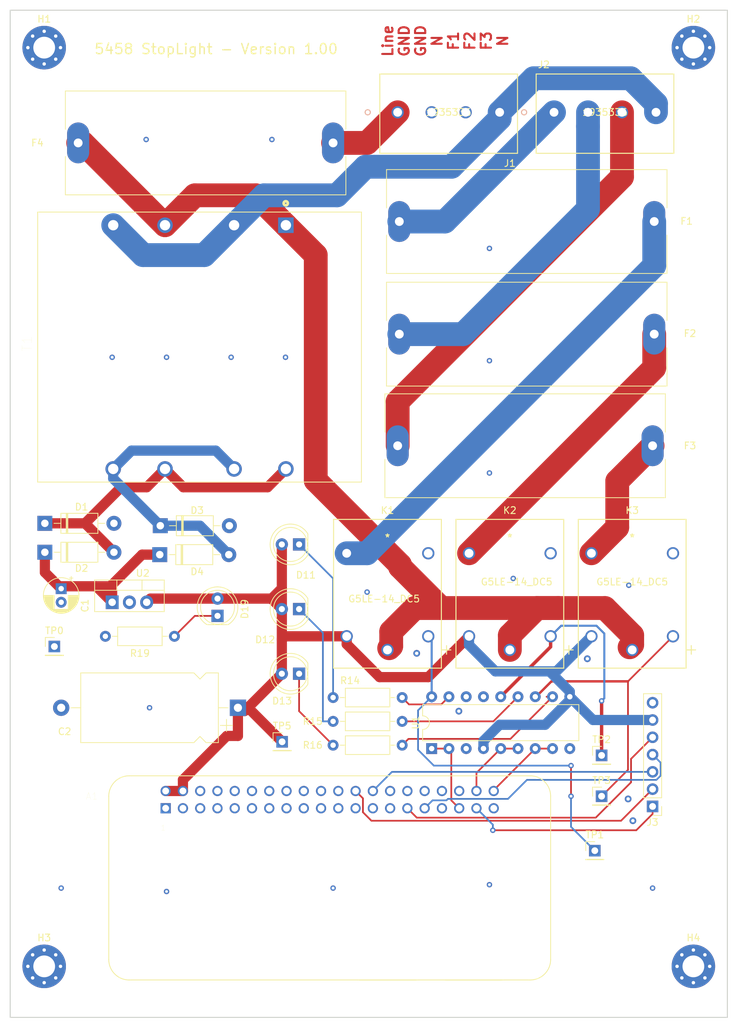
<source format=kicad_pcb>
(kicad_pcb (version 20171130) (host pcbnew "(5.1.6)-1")

  (general
    (thickness 1.6)
    (drawings 6)
    (tracks 225)
    (zones 0)
    (modules 37)
    (nets 60)
  )

  (page USLetter)
  (layers
    (0 F.Cu signal)
    (31 B.Cu signal)
    (32 B.Adhes user)
    (33 F.Adhes user)
    (34 B.Paste user)
    (35 F.Paste user)
    (36 B.SilkS user)
    (37 F.SilkS user)
    (38 B.Mask user)
    (39 F.Mask user)
    (40 Dwgs.User user)
    (41 Cmts.User user)
    (42 Eco1.User user)
    (43 Eco2.User user)
    (44 Edge.Cuts user)
    (45 Margin user)
    (46 B.CrtYd user)
    (47 F.CrtYd user)
    (48 B.Fab user)
    (49 F.Fab user)
  )

  (setup
    (last_trace_width 0.25)
    (trace_clearance 0.2)
    (zone_clearance 0.508)
    (zone_45_only no)
    (trace_min 0.2)
    (via_size 0.8)
    (via_drill 0.4)
    (via_min_size 0.508)
    (via_min_drill 0.3)
    (uvia_size 0.3)
    (uvia_drill 0.1)
    (uvias_allowed no)
    (uvia_min_size 0.2)
    (uvia_min_drill 0.1)
    (edge_width 0.05)
    (segment_width 0.2)
    (pcb_text_width 0.3)
    (pcb_text_size 1.5 1.5)
    (mod_edge_width 0.12)
    (mod_text_size 1 1)
    (mod_text_width 0.15)
    (pad_size 6.4 6.4)
    (pad_drill 3.2)
    (pad_to_mask_clearance 0.05)
    (aux_axis_origin 0 0)
    (visible_elements 7FFFFFFF)
    (pcbplotparams
      (layerselection 0x010fc_ffffffff)
      (usegerberextensions false)
      (usegerberattributes true)
      (usegerberadvancedattributes true)
      (creategerberjobfile true)
      (excludeedgelayer true)
      (linewidth 0.100000)
      (plotframeref false)
      (viasonmask false)
      (mode 1)
      (useauxorigin false)
      (hpglpennumber 1)
      (hpglpenspeed 20)
      (hpglpendiameter 15.000000)
      (psnegative false)
      (psa4output false)
      (plotreference true)
      (plotvalue true)
      (plotinvisibletext false)
      (padsonsilk false)
      (subtractmaskfromsilk false)
      (outputformat 1)
      (mirror false)
      (drillshape 1)
      (scaleselection 1)
      (outputdirectory ""))
  )

  (net 0 "")
  (net 1 "Net-(A1-Pad40)")
  (net 2 GND)
  (net 3 "Net-(A1-Pad38)")
  (net 4 "Net-(A1-Pad36)")
  (net 5 "Net-(A1-Pad35)")
  (net 6 "Net-(A1-Pad33)")
  (net 7 "Net-(A1-Pad32)")
  (net 8 "Net-(A1-Pad28)")
  (net 9 "Net-(A1-Pad27)")
  (net 10 "Net-(A1-Pad23)")
  (net 11 "Net-(A1-Pad22)")
  (net 12 "Net-(A1-Pad21)")
  (net 13 "Net-(A1-Pad19)")
  (net 14 "Net-(A1-Pad18)")
  (net 15 "Net-(A1-Pad17)")
  (net 16 "Net-(A1-Pad16)")
  (net 17 "Net-(A1-Pad15)")
  (net 18 "Net-(A1-Pad13)")
  (net 19 "Net-(A1-Pad12)")
  (net 20 "Net-(A1-Pad11)")
  (net 21 "Net-(A1-Pad10)")
  (net 22 "Net-(A1-Pad8)")
  (net 23 "Net-(A1-Pad7)")
  (net 24 "Net-(A1-Pad5)")
  (net 25 VCC)
  (net 26 "Net-(A1-Pad3)")
  (net 27 "Net-(A1-Pad1)")
  (net 28 "Net-(C1-Pad1)")
  (net 29 "Net-(D1-Pad1)")
  (net 30 "Net-(D3-Pad1)")
  (net 31 "Net-(D11-Pad1)")
  (net 32 "Net-(D12-Pad1)")
  (net 33 "Net-(D13-Pad1)")
  (net 34 "Net-(D19-Pad1)")
  (net 35 "Net-(F1-Pad1)")
  (net 36 "Net-(F1-Pad2)")
  (net 37 "Net-(F2-Pad1)")
  (net 38 "Net-(F2-Pad2)")
  (net 39 "Net-(F3-Pad1)")
  (net 40 "Net-(F3-Pad2)")
  (net 41 LINE)
  (net 42 VAC)
  (net 43 NEUT)
  (net 44 "Net-(K1-Pad3)")
  (net 45 "Net-(K1-Pad2)")
  (net 46 "Net-(K2-Pad3)")
  (net 47 "Net-(K2-Pad2)")
  (net 48 "Net-(K3-Pad3)")
  (net 49 "Net-(K3-Pad2)")
  (net 50 "Net-(R14-Pad2)")
  (net 51 "Net-(R15-Pad2)")
  (net 52 "Net-(R16-Pad2)")
  (net 53 "Net-(U1-Pad16)")
  (net 54 "Net-(U1-Pad15)")
  (net 55 /D2)
  (net 56 /D0)
  (net 57 /D1)
  (net 58 /VT)
  (net 59 /D3)

  (net_class Default "This is the default net class."
    (clearance 0.2)
    (trace_width 0.25)
    (via_dia 0.8)
    (via_drill 0.4)
    (uvia_dia 0.3)
    (uvia_drill 0.1)
    (add_net /D0)
    (add_net /D1)
    (add_net /D2)
    (add_net /D3)
    (add_net /VT)
    (add_net "Net-(A1-Pad1)")
    (add_net "Net-(A1-Pad10)")
    (add_net "Net-(A1-Pad11)")
    (add_net "Net-(A1-Pad12)")
    (add_net "Net-(A1-Pad13)")
    (add_net "Net-(A1-Pad15)")
    (add_net "Net-(A1-Pad16)")
    (add_net "Net-(A1-Pad17)")
    (add_net "Net-(A1-Pad18)")
    (add_net "Net-(A1-Pad19)")
    (add_net "Net-(A1-Pad21)")
    (add_net "Net-(A1-Pad22)")
    (add_net "Net-(A1-Pad23)")
    (add_net "Net-(A1-Pad27)")
    (add_net "Net-(A1-Pad28)")
    (add_net "Net-(A1-Pad3)")
    (add_net "Net-(A1-Pad32)")
    (add_net "Net-(A1-Pad33)")
    (add_net "Net-(A1-Pad35)")
    (add_net "Net-(A1-Pad36)")
    (add_net "Net-(A1-Pad38)")
    (add_net "Net-(A1-Pad40)")
    (add_net "Net-(A1-Pad5)")
    (add_net "Net-(A1-Pad7)")
    (add_net "Net-(A1-Pad8)")
    (add_net "Net-(D11-Pad1)")
    (add_net "Net-(D12-Pad1)")
    (add_net "Net-(D13-Pad1)")
    (add_net "Net-(D19-Pad1)")
    (add_net "Net-(K1-Pad2)")
    (add_net "Net-(K1-Pad3)")
    (add_net "Net-(K2-Pad2)")
    (add_net "Net-(K2-Pad3)")
    (add_net "Net-(K3-Pad2)")
    (add_net "Net-(K3-Pad3)")
    (add_net "Net-(R14-Pad2)")
    (add_net "Net-(R15-Pad2)")
    (add_net "Net-(R16-Pad2)")
    (add_net "Net-(U1-Pad15)")
    (add_net "Net-(U1-Pad16)")
  )

  (net_class ACPower ""
    (clearance 1.5)
    (trace_width 3.5)
    (via_dia 1)
    (via_drill 0.5)
    (uvia_dia 0.3)
    (uvia_drill 0.1)
    (add_net LINE)
    (add_net NEUT)
    (add_net VAC)
  )

  (net_class ACSignal ""
    (clearance 1.5)
    (trace_width 3.5)
    (via_dia 1)
    (via_drill 0.5)
    (uvia_dia 0.3)
    (uvia_drill 0.1)
    (add_net "Net-(F1-Pad1)")
    (add_net "Net-(F1-Pad2)")
    (add_net "Net-(F2-Pad1)")
    (add_net "Net-(F2-Pad2)")
    (add_net "Net-(F3-Pad1)")
    (add_net "Net-(F3-Pad2)")
  )

  (net_class DCPower ""
    (clearance 0.5)
    (trace_width 1.5)
    (via_dia 0.8)
    (via_drill 0.4)
    (uvia_dia 0.3)
    (uvia_drill 0.1)
    (add_net GND)
    (add_net VCC)
  )

  (net_class PSULow ""
    (clearance 0.8)
    (trace_width 1.5)
    (via_dia 1)
    (via_drill 0.5)
    (uvia_dia 0.3)
    (uvia_drill 0.1)
    (add_net "Net-(C1-Pad1)")
    (add_net "Net-(D1-Pad1)")
    (add_net "Net-(D3-Pad1)")
  )

  (module StopLight2:G5LE-14-DC5 (layer F.Cu) (tedit 5F41A94E) (tstamp 5F3EB572)
    (at 123 103.5 180)
    (descr "G5LE-14 DC5 Relay")
    (path /5F3C4BF7)
    (fp_text reference K3 (at 0 4) (layer F.SilkS)
      (effects (font (size 1 1) (thickness 0.15)))
    )
    (fp_text value G5LE-14_DC5 (at 0 -6.5) (layer F.SilkS)
      (effects (font (size 1 1) (thickness 0.15)))
    )
    (fp_line (start 7.8 2.550001) (end -7.8 2.550001) (layer F.CrtYd) (width 0.1524))
    (fp_line (start 7.8 -19.049998) (end 7.8 2.550001) (layer F.CrtYd) (width 0.1524))
    (fp_line (start -7.8 -19.049998) (end 7.8 -19.049998) (layer F.CrtYd) (width 0.1524))
    (fp_line (start -7.8 2.550001) (end -7.8 -19.049998) (layer F.CrtYd) (width 0.1524))
    (fp_line (start 8.054 -19.303998) (end -8.054 -19.303998) (layer F.CrtYd) (width 0.1524))
    (fp_line (start 8.054 2.804) (end 8.054 -19.303998) (layer F.CrtYd) (width 0.1524))
    (fp_line (start -8.054 2.804) (end 8.054 2.804) (layer F.CrtYd) (width 0.1524))
    (fp_line (start -8.054 -19.303998) (end -8.054 2.804) (layer F.CrtYd) (width 0.1524))
    (fp_line (start -1.375833 -18.126366) (end -1.375833 -19.502199) (layer F.Fab) (width 0.1524))
    (fp_line (start 1.375833 -18.126366) (end -1.375833 -18.126366) (layer F.Fab) (width 0.1524))
    (fp_line (start 1.375833 -19.502199) (end 1.375833 -18.126366) (layer F.Fab) (width 0.1524))
    (fp_line (start -7.927 -19.176998) (end -7.927 2.677) (layer F.SilkS) (width 0.1524))
    (fp_line (start 7.927 -19.176998) (end 7.927 2.677) (layer F.SilkS) (width 0.1524))
    (fp_line (start 7.927 2.677) (end -7.927 2.677) (layer F.SilkS) (width 0.1524))
    (fp_line (start 7.927 -19.176998) (end -7.927 -19.176998) (layer F.SilkS) (width 0.1524))
    (fp_line (start -7.8 -19.049998) (end -7.8 2.55) (layer F.Fab) (width 0.1524))
    (fp_line (start 7.8 -19.049998) (end 7.8 2.55) (layer F.Fab) (width 0.1524))
    (fp_line (start 7.8 2.55) (end -7.8 2.55) (layer F.Fab) (width 0.1524))
    (fp_line (start 7.8 -19.049998) (end -7.8 -19.049998) (layer F.Fab) (width 0.1524))
    (fp_line (start -8.689 -17.134998) (end -8.689 -15.864998) (layer F.SilkS) (width 0.1524))
    (fp_line (start -9.324 -16.499998) (end -8.054 -16.499998) (layer F.SilkS) (width 0.1524))
    (fp_line (start -8.689 -16.499998) (end -8.689 -15.864998) (layer F.Fab) (width 0.1524))
    (fp_line (start -9.324 -16.499998) (end -8.054 -16.499998) (layer F.Fab) (width 0.1524))
    (fp_text user * (at 0 0) (layer F.SilkS)
      (effects (font (size 1 1) (thickness 0.15)))
    )
    (fp_text user * (at 0 0) (layer F.SilkS)
      (effects (font (size 1 1) (thickness 0.15)))
    )
    (fp_text user "Copyright 2016 Accelerated Designs. All rights reserved." (at 0 0) (layer Cmts.User)
      (effects (font (size 0.127 0.127) (thickness 0.002)))
    )
    (pad 5 thru_hole circle (at 5.999999 -14.499996 180) (size 1.808 1.808) (drill 1.3) (layers *.Cu *.Mask)
      (net 25 VCC))
    (pad 4 thru_hole circle (at 5.999999 -2.299996 180) (size 1.808 1.808) (drill 1.3) (layers *.Cu *.Mask)
      (net 40 "Net-(F3-Pad2)"))
    (pad 3 thru_hole circle (at -5.999999 -2.299996 180) (size 1.808 1.808) (drill 1.3) (layers *.Cu *.Mask)
      (net 48 "Net-(K3-Pad3)"))
    (pad 2 thru_hole circle (at -5.999999 -14.499996 180) (size 1.808 1.808) (drill 1.3) (layers *.Cu *.Mask)
      (net 49 "Net-(K3-Pad2)"))
    (pad 1 thru_hole circle (at 0 -16.499998 180) (size 1.808 1.808) (drill 1.3) (layers *.Cu *.Mask)
      (net 41 LINE))
    (model ${KIPRJMOD}/G5LE_14.step
      (offset (xyz 0 16.4 0))
      (scale (xyz 0.9399999999999999 1 1))
      (rotate (xyz -90 0 90))
    )
  )

  (module StopLight2:G5LE-14-DC5 (layer F.Cu) (tedit 5F41A94E) (tstamp 5F3EB54F)
    (at 105 103.5 180)
    (descr "G5LE-14 DC5 Relay")
    (path /5F3C54A3)
    (fp_text reference K2 (at 0 4) (layer F.SilkS)
      (effects (font (size 1 1) (thickness 0.15)))
    )
    (fp_text value G5LE-14_DC5 (at -1 -6.5) (layer F.SilkS)
      (effects (font (size 1 1) (thickness 0.15)))
    )
    (fp_line (start 7.8 2.550001) (end -7.8 2.550001) (layer F.CrtYd) (width 0.1524))
    (fp_line (start 7.8 -19.049998) (end 7.8 2.550001) (layer F.CrtYd) (width 0.1524))
    (fp_line (start -7.8 -19.049998) (end 7.8 -19.049998) (layer F.CrtYd) (width 0.1524))
    (fp_line (start -7.8 2.550001) (end -7.8 -19.049998) (layer F.CrtYd) (width 0.1524))
    (fp_line (start 8.054 -19.303998) (end -8.054 -19.303998) (layer F.CrtYd) (width 0.1524))
    (fp_line (start 8.054 2.804) (end 8.054 -19.303998) (layer F.CrtYd) (width 0.1524))
    (fp_line (start -8.054 2.804) (end 8.054 2.804) (layer F.CrtYd) (width 0.1524))
    (fp_line (start -8.054 -19.303998) (end -8.054 2.804) (layer F.CrtYd) (width 0.1524))
    (fp_line (start -1.375833 -18.126366) (end -1.375833 -19.502199) (layer F.Fab) (width 0.1524))
    (fp_line (start 1.375833 -18.126366) (end -1.375833 -18.126366) (layer F.Fab) (width 0.1524))
    (fp_line (start 1.375833 -19.502199) (end 1.375833 -18.126366) (layer F.Fab) (width 0.1524))
    (fp_line (start -7.927 -19.176998) (end -7.927 2.677) (layer F.SilkS) (width 0.1524))
    (fp_line (start 7.927 -19.176998) (end 7.927 2.677) (layer F.SilkS) (width 0.1524))
    (fp_line (start 7.927 2.677) (end -7.927 2.677) (layer F.SilkS) (width 0.1524))
    (fp_line (start 7.927 -19.176998) (end -7.927 -19.176998) (layer F.SilkS) (width 0.1524))
    (fp_line (start -7.8 -19.049998) (end -7.8 2.55) (layer F.Fab) (width 0.1524))
    (fp_line (start 7.8 -19.049998) (end 7.8 2.55) (layer F.Fab) (width 0.1524))
    (fp_line (start 7.8 2.55) (end -7.8 2.55) (layer F.Fab) (width 0.1524))
    (fp_line (start 7.8 -19.049998) (end -7.8 -19.049998) (layer F.Fab) (width 0.1524))
    (fp_line (start -8.689 -17.134998) (end -8.689 -15.864998) (layer F.SilkS) (width 0.1524))
    (fp_line (start -9.324 -16.499998) (end -8.054 -16.499998) (layer F.SilkS) (width 0.1524))
    (fp_line (start -8.689 -16.499998) (end -8.689 -15.864998) (layer F.Fab) (width 0.1524))
    (fp_line (start -9.324 -16.499998) (end -8.054 -16.499998) (layer F.Fab) (width 0.1524))
    (fp_text user * (at 0 0) (layer F.SilkS)
      (effects (font (size 1 1) (thickness 0.15)))
    )
    (fp_text user * (at 0 0) (layer F.SilkS)
      (effects (font (size 1 1) (thickness 0.15)))
    )
    (fp_text user "Copyright 2016 Accelerated Designs. All rights reserved." (at 0 0) (layer Cmts.User)
      (effects (font (size 0.127 0.127) (thickness 0.002)))
    )
    (pad 5 thru_hole circle (at 5.999999 -14.499996 180) (size 1.808 1.808) (drill 1.3) (layers *.Cu *.Mask)
      (net 25 VCC))
    (pad 4 thru_hole circle (at 5.999999 -2.299996 180) (size 1.808 1.808) (drill 1.3) (layers *.Cu *.Mask)
      (net 38 "Net-(F2-Pad2)"))
    (pad 3 thru_hole circle (at -5.999999 -2.299996 180) (size 1.808 1.808) (drill 1.3) (layers *.Cu *.Mask)
      (net 46 "Net-(K2-Pad3)"))
    (pad 2 thru_hole circle (at -5.999999 -14.499996 180) (size 1.808 1.808) (drill 1.3) (layers *.Cu *.Mask)
      (net 47 "Net-(K2-Pad2)"))
    (pad 1 thru_hole circle (at 0 -16.499998 180) (size 1.808 1.808) (drill 1.3) (layers *.Cu *.Mask)
      (net 41 LINE))
    (model ${KIPRJMOD}/G5LE_14.step
      (offset (xyz 0 16.4 0))
      (scale (xyz 0.9399999999999999 1 1))
      (rotate (xyz -90 0 90))
    )
  )

  (module StopLight2:G5LE-14-DC5 (layer F.Cu) (tedit 5F41A94E) (tstamp 5F3EC012)
    (at 87 103.5 180)
    (descr "G5LE-14 DC5 Relay")
    (path /5F3D5EC2)
    (fp_text reference K1 (at 0 4) (layer F.SilkS)
      (effects (font (size 1 1) (thickness 0.15)))
    )
    (fp_text value G5LE-14_DC5 (at 0.5 -9) (layer F.SilkS)
      (effects (font (size 1 1) (thickness 0.15)))
    )
    (fp_line (start 7.8 2.550001) (end -7.8 2.550001) (layer F.CrtYd) (width 0.1524))
    (fp_line (start 7.8 -19.049998) (end 7.8 2.550001) (layer F.CrtYd) (width 0.1524))
    (fp_line (start -7.8 -19.049998) (end 7.8 -19.049998) (layer F.CrtYd) (width 0.1524))
    (fp_line (start -7.8 2.550001) (end -7.8 -19.049998) (layer F.CrtYd) (width 0.1524))
    (fp_line (start 8.054 -19.303998) (end -8.054 -19.303998) (layer F.CrtYd) (width 0.1524))
    (fp_line (start 8.054 2.804) (end 8.054 -19.303998) (layer F.CrtYd) (width 0.1524))
    (fp_line (start -8.054 2.804) (end 8.054 2.804) (layer F.CrtYd) (width 0.1524))
    (fp_line (start -8.054 -19.303998) (end -8.054 2.804) (layer F.CrtYd) (width 0.1524))
    (fp_line (start -1.375833 -18.126366) (end -1.375833 -19.502199) (layer F.Fab) (width 0.1524))
    (fp_line (start 1.375833 -18.126366) (end -1.375833 -18.126366) (layer F.Fab) (width 0.1524))
    (fp_line (start 1.375833 -19.502199) (end 1.375833 -18.126366) (layer F.Fab) (width 0.1524))
    (fp_line (start -7.927 -19.176998) (end -7.927 2.677) (layer F.SilkS) (width 0.1524))
    (fp_line (start 7.927 -19.176998) (end 7.927 2.677) (layer F.SilkS) (width 0.1524))
    (fp_line (start 7.927 2.677) (end -7.927 2.677) (layer F.SilkS) (width 0.1524))
    (fp_line (start 7.927 -19.176998) (end -7.927 -19.176998) (layer F.SilkS) (width 0.1524))
    (fp_line (start -7.8 -19.049998) (end -7.8 2.55) (layer F.Fab) (width 0.1524))
    (fp_line (start 7.8 -19.049998) (end 7.8 2.55) (layer F.Fab) (width 0.1524))
    (fp_line (start 7.8 2.55) (end -7.8 2.55) (layer F.Fab) (width 0.1524))
    (fp_line (start 7.8 -19.049998) (end -7.8 -19.049998) (layer F.Fab) (width 0.1524))
    (fp_line (start -8.689 -17.134998) (end -8.689 -15.864998) (layer F.SilkS) (width 0.1524))
    (fp_line (start -9.324 -16.499998) (end -8.054 -16.499998) (layer F.SilkS) (width 0.1524))
    (fp_line (start -8.689 -16.499998) (end -8.689 -15.864998) (layer F.Fab) (width 0.1524))
    (fp_line (start -9.324 -16.499998) (end -8.054 -16.499998) (layer F.Fab) (width 0.1524))
    (fp_text user * (at 0 0) (layer F.SilkS)
      (effects (font (size 1 1) (thickness 0.15)))
    )
    (fp_text user * (at 0 0) (layer F.SilkS)
      (effects (font (size 1 1) (thickness 0.15)))
    )
    (fp_text user "Copyright 2016 Accelerated Designs. All rights reserved." (at 0 0) (layer Cmts.User)
      (effects (font (size 0.127 0.127) (thickness 0.002)))
    )
    (pad 5 thru_hole circle (at 5.999999 -14.499996 180) (size 1.808 1.808) (drill 1.3) (layers *.Cu *.Mask)
      (net 25 VCC))
    (pad 4 thru_hole circle (at 5.999999 -2.299996 180) (size 1.808 1.808) (drill 1.3) (layers *.Cu *.Mask)
      (net 36 "Net-(F1-Pad2)"))
    (pad 3 thru_hole circle (at -5.999999 -2.299996 180) (size 1.808 1.808) (drill 1.3) (layers *.Cu *.Mask)
      (net 44 "Net-(K1-Pad3)"))
    (pad 2 thru_hole circle (at -5.999999 -14.499996 180) (size 1.808 1.808) (drill 1.3) (layers *.Cu *.Mask)
      (net 45 "Net-(K1-Pad2)"))
    (pad 1 thru_hole circle (at 0 -16.499998 180) (size 1.808 1.808) (drill 1.3) (layers *.Cu *.Mask)
      (net 41 LINE))
    (model ${KIPRJMOD}/G5LE_14.step
      (offset (xyz 0 16.4 0))
      (scale (xyz 0.9399999999999999 1 1))
      (rotate (xyz -90 0 90))
    )
  )

  (module Connector_PinHeader_2.54mm:PinHeader_1x01_P2.54mm_Vertical (layer F.Cu) (tedit 59FED5CC) (tstamp 5F40C58F)
    (at 71.5 133.5)
    (descr "Through hole straight pin header, 1x01, 2.54mm pitch, single row")
    (tags "Through hole pin header THT 1x01 2.54mm single row")
    (path /5F40EBBB)
    (fp_text reference TP5 (at 0 -2.33) (layer F.SilkS)
      (effects (font (size 1 1) (thickness 0.15)))
    )
    (fp_text value Conn_01x01_Male (at 0 2.33) (layer F.Fab)
      (effects (font (size 1 1) (thickness 0.15)))
    )
    (fp_line (start 1.8 -1.8) (end -1.8 -1.8) (layer F.CrtYd) (width 0.05))
    (fp_line (start 1.8 1.8) (end 1.8 -1.8) (layer F.CrtYd) (width 0.05))
    (fp_line (start -1.8 1.8) (end 1.8 1.8) (layer F.CrtYd) (width 0.05))
    (fp_line (start -1.8 -1.8) (end -1.8 1.8) (layer F.CrtYd) (width 0.05))
    (fp_line (start -1.33 -1.33) (end 0 -1.33) (layer F.SilkS) (width 0.12))
    (fp_line (start -1.33 0) (end -1.33 -1.33) (layer F.SilkS) (width 0.12))
    (fp_line (start -1.33 1.27) (end 1.33 1.27) (layer F.SilkS) (width 0.12))
    (fp_line (start 1.33 1.27) (end 1.33 1.33) (layer F.SilkS) (width 0.12))
    (fp_line (start -1.33 1.27) (end -1.33 1.33) (layer F.SilkS) (width 0.12))
    (fp_line (start -1.33 1.33) (end 1.33 1.33) (layer F.SilkS) (width 0.12))
    (fp_line (start -1.27 -0.635) (end -0.635 -1.27) (layer F.Fab) (width 0.1))
    (fp_line (start -1.27 1.27) (end -1.27 -0.635) (layer F.Fab) (width 0.1))
    (fp_line (start 1.27 1.27) (end -1.27 1.27) (layer F.Fab) (width 0.1))
    (fp_line (start 1.27 -1.27) (end 1.27 1.27) (layer F.Fab) (width 0.1))
    (fp_line (start -0.635 -1.27) (end 1.27 -1.27) (layer F.Fab) (width 0.1))
    (fp_text user %R (at 0 0 90) (layer F.Fab)
      (effects (font (size 1 1) (thickness 0.15)))
    )
    (pad 1 thru_hole rect (at 0 0) (size 1.7 1.7) (drill 1) (layers *.Cu *.Mask)
      (net 25 VCC))
    (model ${KISYS3DMOD}/Connector_PinHeader_2.54mm.3dshapes/PinHeader_1x01_P2.54mm_Vertical.wrl
      (at (xyz 0 0 0))
      (scale (xyz 1 1 1))
      (rotate (xyz 0 0 0))
    )
  )

  (module Connector_PinHeader_2.54mm:PinHeader_1x01_P2.54mm_Vertical (layer F.Cu) (tedit 59FED5CC) (tstamp 5F40C075)
    (at 118.5 141.5)
    (descr "Through hole straight pin header, 1x01, 2.54mm pitch, single row")
    (tags "Through hole pin header THT 1x01 2.54mm single row")
    (path /5F439B95)
    (fp_text reference TP3 (at 0 -2.33) (layer F.SilkS)
      (effects (font (size 1 1) (thickness 0.15)))
    )
    (fp_text value Conn_01x01_Male (at 0 2.33) (layer F.Fab)
      (effects (font (size 1 1) (thickness 0.15)))
    )
    (fp_line (start 1.8 -1.8) (end -1.8 -1.8) (layer F.CrtYd) (width 0.05))
    (fp_line (start 1.8 1.8) (end 1.8 -1.8) (layer F.CrtYd) (width 0.05))
    (fp_line (start -1.8 1.8) (end 1.8 1.8) (layer F.CrtYd) (width 0.05))
    (fp_line (start -1.8 -1.8) (end -1.8 1.8) (layer F.CrtYd) (width 0.05))
    (fp_line (start -1.33 -1.33) (end 0 -1.33) (layer F.SilkS) (width 0.12))
    (fp_line (start -1.33 0) (end -1.33 -1.33) (layer F.SilkS) (width 0.12))
    (fp_line (start -1.33 1.27) (end 1.33 1.27) (layer F.SilkS) (width 0.12))
    (fp_line (start 1.33 1.27) (end 1.33 1.33) (layer F.SilkS) (width 0.12))
    (fp_line (start -1.33 1.27) (end -1.33 1.33) (layer F.SilkS) (width 0.12))
    (fp_line (start -1.33 1.33) (end 1.33 1.33) (layer F.SilkS) (width 0.12))
    (fp_line (start -1.27 -0.635) (end -0.635 -1.27) (layer F.Fab) (width 0.1))
    (fp_line (start -1.27 1.27) (end -1.27 -0.635) (layer F.Fab) (width 0.1))
    (fp_line (start 1.27 1.27) (end -1.27 1.27) (layer F.Fab) (width 0.1))
    (fp_line (start 1.27 -1.27) (end 1.27 1.27) (layer F.Fab) (width 0.1))
    (fp_line (start -0.635 -1.27) (end 1.27 -1.27) (layer F.Fab) (width 0.1))
    (fp_text user %R (at 0 0 90) (layer F.Fab)
      (effects (font (size 1 1) (thickness 0.15)))
    )
    (pad 1 thru_hole rect (at 0 0) (size 1.7 1.7) (drill 1) (layers *.Cu *.Mask)
      (net 49 "Net-(K3-Pad2)"))
    (model ${KISYS3DMOD}/Connector_PinHeader_2.54mm.3dshapes/PinHeader_1x01_P2.54mm_Vertical.wrl
      (at (xyz 0 0 0))
      (scale (xyz 1 1 1))
      (rotate (xyz 0 0 0))
    )
  )

  (module Connector_PinHeader_2.54mm:PinHeader_1x01_P2.54mm_Vertical (layer F.Cu) (tedit 59FED5CC) (tstamp 5F40C060)
    (at 118.5 135.5)
    (descr "Through hole straight pin header, 1x01, 2.54mm pitch, single row")
    (tags "Through hole pin header THT 1x01 2.54mm single row")
    (path /5F4466F2)
    (fp_text reference TP2 (at 0 -2.33) (layer F.SilkS)
      (effects (font (size 1 1) (thickness 0.15)))
    )
    (fp_text value Conn_01x01_Male (at 0 2.33) (layer F.Fab)
      (effects (font (size 1 1) (thickness 0.15)))
    )
    (fp_line (start 1.8 -1.8) (end -1.8 -1.8) (layer F.CrtYd) (width 0.05))
    (fp_line (start 1.8 1.8) (end 1.8 -1.8) (layer F.CrtYd) (width 0.05))
    (fp_line (start -1.8 1.8) (end 1.8 1.8) (layer F.CrtYd) (width 0.05))
    (fp_line (start -1.8 -1.8) (end -1.8 1.8) (layer F.CrtYd) (width 0.05))
    (fp_line (start -1.33 -1.33) (end 0 -1.33) (layer F.SilkS) (width 0.12))
    (fp_line (start -1.33 0) (end -1.33 -1.33) (layer F.SilkS) (width 0.12))
    (fp_line (start -1.33 1.27) (end 1.33 1.27) (layer F.SilkS) (width 0.12))
    (fp_line (start 1.33 1.27) (end 1.33 1.33) (layer F.SilkS) (width 0.12))
    (fp_line (start -1.33 1.27) (end -1.33 1.33) (layer F.SilkS) (width 0.12))
    (fp_line (start -1.33 1.33) (end 1.33 1.33) (layer F.SilkS) (width 0.12))
    (fp_line (start -1.27 -0.635) (end -0.635 -1.27) (layer F.Fab) (width 0.1))
    (fp_line (start -1.27 1.27) (end -1.27 -0.635) (layer F.Fab) (width 0.1))
    (fp_line (start 1.27 1.27) (end -1.27 1.27) (layer F.Fab) (width 0.1))
    (fp_line (start 1.27 -1.27) (end 1.27 1.27) (layer F.Fab) (width 0.1))
    (fp_line (start -0.635 -1.27) (end 1.27 -1.27) (layer F.Fab) (width 0.1))
    (fp_text user %R (at 0 0 90) (layer F.Fab)
      (effects (font (size 1 1) (thickness 0.15)))
    )
    (pad 1 thru_hole rect (at 0 0) (size 1.7 1.7) (drill 1) (layers *.Cu *.Mask)
      (net 47 "Net-(K2-Pad2)"))
    (model ${KISYS3DMOD}/Connector_PinHeader_2.54mm.3dshapes/PinHeader_1x01_P2.54mm_Vertical.wrl
      (at (xyz 0 0 0))
      (scale (xyz 1 1 1))
      (rotate (xyz 0 0 0))
    )
  )

  (module Connector_PinHeader_2.54mm:PinHeader_1x01_P2.54mm_Vertical (layer F.Cu) (tedit 59FED5CC) (tstamp 5F40C824)
    (at 117.5 149.5)
    (descr "Through hole straight pin header, 1x01, 2.54mm pitch, single row")
    (tags "Through hole pin header THT 1x01 2.54mm single row")
    (path /5F4370B2)
    (fp_text reference TP1 (at 0 -2.33) (layer F.SilkS)
      (effects (font (size 1 1) (thickness 0.15)))
    )
    (fp_text value Conn_01x01_Male (at 0 2.33) (layer F.Fab)
      (effects (font (size 1 1) (thickness 0.15)))
    )
    (fp_line (start 1.8 -1.8) (end -1.8 -1.8) (layer F.CrtYd) (width 0.05))
    (fp_line (start 1.8 1.8) (end 1.8 -1.8) (layer F.CrtYd) (width 0.05))
    (fp_line (start -1.8 1.8) (end 1.8 1.8) (layer F.CrtYd) (width 0.05))
    (fp_line (start -1.8 -1.8) (end -1.8 1.8) (layer F.CrtYd) (width 0.05))
    (fp_line (start -1.33 -1.33) (end 0 -1.33) (layer F.SilkS) (width 0.12))
    (fp_line (start -1.33 0) (end -1.33 -1.33) (layer F.SilkS) (width 0.12))
    (fp_line (start -1.33 1.27) (end 1.33 1.27) (layer F.SilkS) (width 0.12))
    (fp_line (start 1.33 1.27) (end 1.33 1.33) (layer F.SilkS) (width 0.12))
    (fp_line (start -1.33 1.27) (end -1.33 1.33) (layer F.SilkS) (width 0.12))
    (fp_line (start -1.33 1.33) (end 1.33 1.33) (layer F.SilkS) (width 0.12))
    (fp_line (start -1.27 -0.635) (end -0.635 -1.27) (layer F.Fab) (width 0.1))
    (fp_line (start -1.27 1.27) (end -1.27 -0.635) (layer F.Fab) (width 0.1))
    (fp_line (start 1.27 1.27) (end -1.27 1.27) (layer F.Fab) (width 0.1))
    (fp_line (start 1.27 -1.27) (end 1.27 1.27) (layer F.Fab) (width 0.1))
    (fp_line (start -0.635 -1.27) (end 1.27 -1.27) (layer F.Fab) (width 0.1))
    (fp_text user %R (at 0 0 90) (layer F.Fab)
      (effects (font (size 1 1) (thickness 0.15)))
    )
    (pad 1 thru_hole rect (at 0 0) (size 1.7 1.7) (drill 1) (layers *.Cu *.Mask)
      (net 45 "Net-(K1-Pad2)"))
    (model ${KISYS3DMOD}/Connector_PinHeader_2.54mm.3dshapes/PinHeader_1x01_P2.54mm_Vertical.wrl
      (at (xyz 0 0 0))
      (scale (xyz 1 1 1))
      (rotate (xyz 0 0 0))
    )
  )

  (module Connector_PinHeader_2.54mm:PinHeader_1x01_P2.54mm_Vertical (layer F.Cu) (tedit 59FED5CC) (tstamp 5F40C036)
    (at 38 119.5)
    (descr "Through hole straight pin header, 1x01, 2.54mm pitch, single row")
    (tags "Through hole pin header THT 1x01 2.54mm single row")
    (path /5F428183)
    (fp_text reference TP0 (at 0 -2.33) (layer F.SilkS)
      (effects (font (size 1 1) (thickness 0.15)))
    )
    (fp_text value Conn_01x01_Male (at 0 2.33) (layer F.Fab)
      (effects (font (size 1 1) (thickness 0.15)))
    )
    (fp_line (start 1.8 -1.8) (end -1.8 -1.8) (layer F.CrtYd) (width 0.05))
    (fp_line (start 1.8 1.8) (end 1.8 -1.8) (layer F.CrtYd) (width 0.05))
    (fp_line (start -1.8 1.8) (end 1.8 1.8) (layer F.CrtYd) (width 0.05))
    (fp_line (start -1.8 -1.8) (end -1.8 1.8) (layer F.CrtYd) (width 0.05))
    (fp_line (start -1.33 -1.33) (end 0 -1.33) (layer F.SilkS) (width 0.12))
    (fp_line (start -1.33 0) (end -1.33 -1.33) (layer F.SilkS) (width 0.12))
    (fp_line (start -1.33 1.27) (end 1.33 1.27) (layer F.SilkS) (width 0.12))
    (fp_line (start 1.33 1.27) (end 1.33 1.33) (layer F.SilkS) (width 0.12))
    (fp_line (start -1.33 1.27) (end -1.33 1.33) (layer F.SilkS) (width 0.12))
    (fp_line (start -1.33 1.33) (end 1.33 1.33) (layer F.SilkS) (width 0.12))
    (fp_line (start -1.27 -0.635) (end -0.635 -1.27) (layer F.Fab) (width 0.1))
    (fp_line (start -1.27 1.27) (end -1.27 -0.635) (layer F.Fab) (width 0.1))
    (fp_line (start 1.27 1.27) (end -1.27 1.27) (layer F.Fab) (width 0.1))
    (fp_line (start 1.27 -1.27) (end 1.27 1.27) (layer F.Fab) (width 0.1))
    (fp_line (start -0.635 -1.27) (end 1.27 -1.27) (layer F.Fab) (width 0.1))
    (fp_text user %R (at 0 0 90) (layer F.Fab)
      (effects (font (size 1 1) (thickness 0.15)))
    )
    (pad 1 thru_hole rect (at 0 0) (size 1.7 1.7) (drill 1) (layers *.Cu *.Mask)
      (net 2 GND))
    (model ${KISYS3DMOD}/Connector_PinHeader_2.54mm.3dshapes/PinHeader_1x01_P2.54mm_Vertical.wrl
      (at (xyz 0 0 0))
      (scale (xyz 1 1 1))
      (rotate (xyz 0 0 0))
    )
  )

  (module StopLight1:ADA3708_RPI-ZERO (layer F.Cu) (tedit 5F3B226C) (tstamp 5F3F4B34)
    (at 78.5 142)
    (descr "Raspberry Pi board model B+, full outline with position of big connectors &amp; drill holes")
    (path /5F3C5B9E)
    (fp_text reference A1 (at -35 -0.5) (layer F.SilkS)
      (effects (font (size 1.00189 1.00189) (thickness 0.015)))
    )
    (fp_text value ADA3708 (at -21.60222 28.591045) (layer F.Fab)
      (effects (font (size 1.000559 1.000559) (thickness 0.015)))
    )
    (fp_line (start 17 26.5) (end 25.35 26.5) (layer F.SilkS) (width 0.127))
    (fp_line (start 4.4 26.5) (end 12.75 26.5) (layer F.SilkS) (width 0.127))
    (fp_line (start -32.5 -0.5) (end -32.5 23.5) (layer F.SilkS) (width 0.127))
    (fp_line (start 29.5 -3.5) (end -29.5 -3.5) (layer F.SilkS) (width 0.127))
    (fp_line (start 32.5 23.5) (end 32.5 -0.5) (layer F.SilkS) (width 0.127))
    (fp_line (start -29.5 26.5) (end 29.5 26.5) (layer F.SilkS) (width 0.127))
    (fp_line (start -32.75 27.25) (end -32.75 -3.75) (layer F.CrtYd) (width 0.05))
    (fp_line (start 32.75 27.25) (end -32.75 27.25) (layer F.CrtYd) (width 0.05))
    (fp_line (start 32.75 -3.75) (end 32.75 27.25) (layer F.CrtYd) (width 0.05))
    (fp_line (start -32.75 -3.75) (end 32.75 -3.75) (layer F.CrtYd) (width 0.05))
    (fp_line (start 25.4 -2.54) (end -25.4 -2.54) (layer F.Fab) (width 0.127))
    (fp_line (start 25.4 2.54) (end 25.4 -2.54) (layer F.Fab) (width 0.127))
    (fp_line (start -25.4 2.54) (end 25.4 2.54) (layer F.Fab) (width 0.127))
    (fp_line (start -25.4 -2.54) (end -25.4 2.54) (layer F.Fab) (width 0.127))
    (fp_line (start 25.6 27) (end 25.35 26.5) (layer F.Fab) (width 0.127))
    (fp_line (start 17.6 27) (end 25.6 27) (layer F.Fab) (width 0.127))
    (fp_line (start 17.85 26.5) (end 17.6 27) (layer F.Fab) (width 0.127))
    (fp_line (start 25.35 20.75) (end 25.35 26.5) (layer F.Fab) (width 0.127))
    (fp_line (start 17.85 20.75) (end 25.35 20.75) (layer F.Fab) (width 0.127))
    (fp_line (start 17.85 26.5) (end 17.85 20.75) (layer F.Fab) (width 0.127))
    (fp_line (start 17.85 26.5) (end 25.35 26.5) (layer F.Fab) (width 0.127))
    (fp_line (start 17 26.5) (end 17.85 26.5) (layer F.Fab) (width 0.127))
    (fp_line (start 13 27) (end 12.75 26.5) (layer F.Fab) (width 0.127))
    (fp_line (start 5 27) (end 13 27) (layer F.Fab) (width 0.127))
    (fp_line (start 5.25 26.5) (end 5 27) (layer F.Fab) (width 0.127))
    (fp_line (start 12.75 20.75) (end 12.75 26.5) (layer F.Fab) (width 0.127))
    (fp_line (start 5.25 20.75) (end 12.75 20.75) (layer F.Fab) (width 0.127))
    (fp_line (start 5.25 26.5) (end 5.25 20.75) (layer F.Fab) (width 0.127))
    (fp_line (start 5.25 26.5) (end 12.75 26.5) (layer F.Fab) (width 0.127))
    (fp_line (start 4.4 26.5) (end 5.25 26.5) (layer F.Fab) (width 0.127))
    (fp_line (start -17.9 27) (end -18.15 26.5) (layer F.Fab) (width 0.127))
    (fp_line (start -25.9 27) (end -17.9 27) (layer F.Fab) (width 0.127))
    (fp_line (start -25.65 26.5) (end -25.9 27) (layer F.Fab) (width 0.127))
    (fp_line (start -18.15 20.75) (end -18.15 26.5) (layer F.Fab) (width 0.127))
    (fp_line (start -25.65 20.75) (end -18.15 20.75) (layer F.Fab) (width 0.127))
    (fp_line (start -25.65 26.5) (end -25.65 20.75) (layer F.Fab) (width 0.127))
    (fp_line (start -32.5 -0.5) (end -32.5 23.5) (layer F.Fab) (width 0.127))
    (fp_line (start 29.5 -3.5) (end -29.5 -3.5) (layer F.Fab) (width 0.127))
    (fp_line (start 32.5 23.5) (end 32.5 -0.5) (layer F.Fab) (width 0.127))
    (fp_line (start -18.15 26.5) (end 29.5 26.5) (layer F.Fab) (width 0.127))
    (fp_line (start -25.65 26.5) (end -18.15 26.5) (layer F.Fab) (width 0.127))
    (fp_line (start -29.5 26.5) (end -25.65 26.5) (layer F.Fab) (width 0.127))
    (fp_circle (center -29 0) (end -25.9 0) (layer F.Fab) (width 0.127))
    (fp_circle (center 29 0) (end 32.1 0) (layer F.Fab) (width 0.127))
    (fp_circle (center 29 23) (end 32.1 23) (layer F.Fab) (width 0.127))
    (fp_circle (center -29 23) (end -25.9 23) (layer F.Fab) (width 0.127))
    (fp_arc (start -29.5 -0.5) (end -32.5 -0.5) (angle 90) (layer F.SilkS) (width 0.127))
    (fp_arc (start 29.5 -0.5) (end 29.5 -3.5) (angle 90) (layer F.SilkS) (width 0.127))
    (fp_arc (start 29.5 23.5) (end 32.5 23.5) (angle 90) (layer F.SilkS) (width 0.127))
    (fp_arc (start -29.5 23.5) (end -29.5 26.5) (angle 90) (layer F.SilkS) (width 0.127))
    (fp_text user 1 (at -24.4727 4.13175) (layer F.SilkS)
      (effects (font (size 0.800827 0.800827) (thickness 0.015)))
    )
    (fp_arc (start -29.5 -0.5) (end -32.5 -0.5) (angle 90) (layer F.Fab) (width 0.127))
    (fp_arc (start 29.5 -0.5) (end 29.5 -3.5) (angle 90) (layer F.Fab) (width 0.127))
    (fp_arc (start 29.5 23.5) (end 32.5 23.5) (angle 90) (layer F.Fab) (width 0.127))
    (fp_arc (start -29.5 23.5) (end -29.5 26.5) (angle 90) (layer F.Fab) (width 0.127))
    (pad None np_thru_hole circle (at 29 0) (size 2.75 2.75) (drill 2.75) (layers *.Cu *.Mask))
    (pad None np_thru_hole circle (at 29 23) (size 2.75 2.75) (drill 2.75) (layers *.Cu *.Mask))
    (pad None np_thru_hole circle (at -29 0) (size 2.75 2.75) (drill 2.75) (layers *.Cu *.Mask))
    (pad None np_thru_hole circle (at -29 23) (size 2.75 2.75) (drill 2.75) (layers *.Cu *.Mask))
    (pad 40 thru_hole circle (at 24.13 -1.27) (size 1.508 1.508) (drill 1) (layers *.Cu *.Mask)
      (net 1 "Net-(A1-Pad40)"))
    (pad 39 thru_hole circle (at 24.13 1.27) (size 1.508 1.508) (drill 1) (layers *.Cu *.Mask)
      (net 2 GND))
    (pad 38 thru_hole circle (at 21.59 -1.27) (size 1.508 1.508) (drill 1) (layers *.Cu *.Mask)
      (net 3 "Net-(A1-Pad38)"))
    (pad 37 thru_hole circle (at 21.59 1.27) (size 1.508 1.508) (drill 1) (layers *.Cu *.Mask)
      (net 58 /VT))
    (pad 36 thru_hole circle (at 19.05 -1.27) (size 1.508 1.508) (drill 1) (layers *.Cu *.Mask)
      (net 4 "Net-(A1-Pad36)"))
    (pad 35 thru_hole circle (at 19.05 1.27) (size 1.508 1.508) (drill 1) (layers *.Cu *.Mask)
      (net 5 "Net-(A1-Pad35)"))
    (pad 34 thru_hole circle (at 16.51 -1.27) (size 1.508 1.508) (drill 1) (layers *.Cu *.Mask)
      (net 2 GND))
    (pad 33 thru_hole circle (at 16.51 1.27) (size 1.508 1.508) (drill 1) (layers *.Cu *.Mask)
      (net 6 "Net-(A1-Pad33)"))
    (pad 32 thru_hole circle (at 13.97 -1.27) (size 1.508 1.508) (drill 1) (layers *.Cu *.Mask)
      (net 7 "Net-(A1-Pad32)"))
    (pad 31 thru_hole circle (at 13.97 1.27) (size 1.508 1.508) (drill 1) (layers *.Cu *.Mask)
      (net 57 /D1))
    (pad 30 thru_hole circle (at 11.43 -1.27) (size 1.508 1.508) (drill 1) (layers *.Cu *.Mask)
      (net 2 GND))
    (pad 29 thru_hole circle (at 11.43 1.27) (size 1.508 1.508) (drill 1) (layers *.Cu *.Mask)
      (net 56 /D0))
    (pad 28 thru_hole circle (at 8.89 -1.27) (size 1.508 1.508) (drill 1) (layers *.Cu *.Mask)
      (net 8 "Net-(A1-Pad28)"))
    (pad 27 thru_hole circle (at 8.89 1.27) (size 1.508 1.508) (drill 1) (layers *.Cu *.Mask)
      (net 9 "Net-(A1-Pad27)"))
    (pad 26 thru_hole circle (at 6.35 -1.27) (size 1.508 1.508) (drill 1) (layers *.Cu *.Mask)
      (net 55 /D2))
    (pad 25 thru_hole circle (at 6.35 1.27) (size 1.508 1.508) (drill 1) (layers *.Cu *.Mask)
      (net 2 GND))
    (pad 24 thru_hole circle (at 3.81 -1.27) (size 1.508 1.508) (drill 1) (layers *.Cu *.Mask)
      (net 59 /D3))
    (pad 23 thru_hole circle (at 3.81 1.27) (size 1.508 1.508) (drill 1) (layers *.Cu *.Mask)
      (net 10 "Net-(A1-Pad23)"))
    (pad 22 thru_hole circle (at 1.27 -1.27) (size 1.508 1.508) (drill 1) (layers *.Cu *.Mask)
      (net 11 "Net-(A1-Pad22)"))
    (pad 21 thru_hole circle (at 1.27 1.27) (size 1.508 1.508) (drill 1) (layers *.Cu *.Mask)
      (net 12 "Net-(A1-Pad21)"))
    (pad 20 thru_hole circle (at -1.27 -1.27) (size 1.508 1.508) (drill 1) (layers *.Cu *.Mask)
      (net 2 GND))
    (pad 19 thru_hole circle (at -1.27 1.27) (size 1.508 1.508) (drill 1) (layers *.Cu *.Mask)
      (net 13 "Net-(A1-Pad19)"))
    (pad 18 thru_hole circle (at -3.81 -1.27) (size 1.508 1.508) (drill 1) (layers *.Cu *.Mask)
      (net 14 "Net-(A1-Pad18)"))
    (pad 17 thru_hole circle (at -3.81 1.27) (size 1.508 1.508) (drill 1) (layers *.Cu *.Mask)
      (net 15 "Net-(A1-Pad17)"))
    (pad 16 thru_hole circle (at -6.35 -1.27) (size 1.508 1.508) (drill 1) (layers *.Cu *.Mask)
      (net 16 "Net-(A1-Pad16)"))
    (pad 15 thru_hole circle (at -6.35 1.27) (size 1.508 1.508) (drill 1) (layers *.Cu *.Mask)
      (net 17 "Net-(A1-Pad15)"))
    (pad 14 thru_hole circle (at -8.89 -1.27) (size 1.508 1.508) (drill 1) (layers *.Cu *.Mask)
      (net 2 GND))
    (pad 13 thru_hole circle (at -8.89 1.27) (size 1.508 1.508) (drill 1) (layers *.Cu *.Mask)
      (net 18 "Net-(A1-Pad13)"))
    (pad 12 thru_hole circle (at -11.43 -1.27) (size 1.508 1.508) (drill 1) (layers *.Cu *.Mask)
      (net 19 "Net-(A1-Pad12)"))
    (pad 11 thru_hole circle (at -11.43 1.27) (size 1.508 1.508) (drill 1) (layers *.Cu *.Mask)
      (net 20 "Net-(A1-Pad11)"))
    (pad 10 thru_hole circle (at -13.97 -1.27) (size 1.508 1.508) (drill 1) (layers *.Cu *.Mask)
      (net 21 "Net-(A1-Pad10)"))
    (pad 9 thru_hole circle (at -13.97 1.27) (size 1.508 1.508) (drill 1) (layers *.Cu *.Mask)
      (net 2 GND))
    (pad 8 thru_hole circle (at -16.51 -1.27) (size 1.508 1.508) (drill 1) (layers *.Cu *.Mask)
      (net 22 "Net-(A1-Pad8)"))
    (pad 7 thru_hole circle (at -16.51 1.27) (size 1.508 1.508) (drill 1) (layers *.Cu *.Mask)
      (net 23 "Net-(A1-Pad7)"))
    (pad 6 thru_hole circle (at -19.05 -1.27) (size 1.508 1.508) (drill 1) (layers *.Cu *.Mask)
      (net 2 GND))
    (pad 5 thru_hole circle (at -19.05 1.27) (size 1.508 1.508) (drill 1) (layers *.Cu *.Mask)
      (net 24 "Net-(A1-Pad5)"))
    (pad 4 thru_hole circle (at -21.59 -1.27) (size 1.508 1.508) (drill 1) (layers *.Cu *.Mask)
      (net 25 VCC))
    (pad 3 thru_hole circle (at -21.59 1.27) (size 1.508 1.508) (drill 1) (layers *.Cu *.Mask)
      (net 26 "Net-(A1-Pad3)"))
    (pad 2 thru_hole circle (at -24.13 -1.27) (size 1.508 1.508) (drill 1) (layers *.Cu *.Mask)
      (net 25 VCC))
    (pad 1 thru_hole rect (at -24.13 1.27) (size 1.508 1.508) (drill 1) (layers *.Cu *.Mask)
      (net 27 "Net-(A1-Pad1)"))
  )

  (module Package_DIP:DIP-18_W7.62mm (layer F.Cu) (tedit 5A02E8C5) (tstamp 5F3F4454)
    (at 93.5 134.5 90)
    (descr "18-lead though-hole mounted DIP package, row spacing 7.62 mm (300 mils)")
    (tags "THT DIP DIL PDIP 2.54mm 7.62mm 300mil")
    (path /5F3EB335)
    (fp_text reference U1 (at 3.81 -2.33 90) (layer F.SilkS)
      (effects (font (size 1 1) (thickness 0.15)))
    )
    (fp_text value ULN2803A (at 3.81 22.65 90) (layer F.Fab)
      (effects (font (size 1 1) (thickness 0.15)))
    )
    (fp_line (start 8.7 -1.55) (end -1.1 -1.55) (layer F.CrtYd) (width 0.05))
    (fp_line (start 8.7 21.85) (end 8.7 -1.55) (layer F.CrtYd) (width 0.05))
    (fp_line (start -1.1 21.85) (end 8.7 21.85) (layer F.CrtYd) (width 0.05))
    (fp_line (start -1.1 -1.55) (end -1.1 21.85) (layer F.CrtYd) (width 0.05))
    (fp_line (start 6.46 -1.33) (end 4.81 -1.33) (layer F.SilkS) (width 0.12))
    (fp_line (start 6.46 21.65) (end 6.46 -1.33) (layer F.SilkS) (width 0.12))
    (fp_line (start 1.16 21.65) (end 6.46 21.65) (layer F.SilkS) (width 0.12))
    (fp_line (start 1.16 -1.33) (end 1.16 21.65) (layer F.SilkS) (width 0.12))
    (fp_line (start 2.81 -1.33) (end 1.16 -1.33) (layer F.SilkS) (width 0.12))
    (fp_line (start 0.635 -0.27) (end 1.635 -1.27) (layer F.Fab) (width 0.1))
    (fp_line (start 0.635 21.59) (end 0.635 -0.27) (layer F.Fab) (width 0.1))
    (fp_line (start 6.985 21.59) (end 0.635 21.59) (layer F.Fab) (width 0.1))
    (fp_line (start 6.985 -1.27) (end 6.985 21.59) (layer F.Fab) (width 0.1))
    (fp_line (start 1.635 -1.27) (end 6.985 -1.27) (layer F.Fab) (width 0.1))
    (fp_text user %R (at 3.81 10.16 90) (layer F.Fab)
      (effects (font (size 1 1) (thickness 0.15)))
    )
    (fp_arc (start 3.81 -1.33) (end 2.81 -1.33) (angle -180) (layer F.SilkS) (width 0.12))
    (pad 18 thru_hole oval (at 7.62 0 90) (size 1.6 1.6) (drill 0.8) (layers *.Cu *.Mask)
      (net 45 "Net-(K1-Pad2)"))
    (pad 9 thru_hole oval (at 0 20.32 90) (size 1.6 1.6) (drill 0.8) (layers *.Cu *.Mask)
      (net 2 GND))
    (pad 17 thru_hole oval (at 7.62 2.54 90) (size 1.6 1.6) (drill 0.8) (layers *.Cu *.Mask)
      (net 50 "Net-(R14-Pad2)"))
    (pad 8 thru_hole oval (at 0 17.78 90) (size 1.6 1.6) (drill 0.8) (layers *.Cu *.Mask)
      (net 1 "Net-(A1-Pad40)"))
    (pad 16 thru_hole oval (at 7.62 5.08 90) (size 1.6 1.6) (drill 0.8) (layers *.Cu *.Mask)
      (net 53 "Net-(U1-Pad16)"))
    (pad 7 thru_hole oval (at 0 15.24 90) (size 1.6 1.6) (drill 0.8) (layers *.Cu *.Mask)
      (net 1 "Net-(A1-Pad40)"))
    (pad 15 thru_hole oval (at 7.62 7.62 90) (size 1.6 1.6) (drill 0.8) (layers *.Cu *.Mask)
      (net 54 "Net-(U1-Pad15)"))
    (pad 6 thru_hole oval (at 0 12.7 90) (size 1.6 1.6) (drill 0.8) (layers *.Cu *.Mask)
      (net 3 "Net-(A1-Pad38)"))
    (pad 14 thru_hole oval (at 7.62 10.16 90) (size 1.6 1.6) (drill 0.8) (layers *.Cu *.Mask)
      (net 47 "Net-(K2-Pad2)"))
    (pad 5 thru_hole oval (at 0 10.16 90) (size 1.6 1.6) (drill 0.8) (layers *.Cu *.Mask)
      (net 3 "Net-(A1-Pad38)"))
    (pad 13 thru_hole oval (at 7.62 12.7 90) (size 1.6 1.6) (drill 0.8) (layers *.Cu *.Mask)
      (net 51 "Net-(R15-Pad2)"))
    (pad 4 thru_hole oval (at 0 7.62 90) (size 1.6 1.6) (drill 0.8) (layers *.Cu *.Mask)
      (net 25 VCC))
    (pad 12 thru_hole oval (at 7.62 15.24 90) (size 1.6 1.6) (drill 0.8) (layers *.Cu *.Mask)
      (net 49 "Net-(K3-Pad2)"))
    (pad 3 thru_hole oval (at 0 5.08 90) (size 1.6 1.6) (drill 0.8) (layers *.Cu *.Mask)
      (net 25 VCC))
    (pad 11 thru_hole oval (at 7.62 17.78 90) (size 1.6 1.6) (drill 0.8) (layers *.Cu *.Mask)
      (net 52 "Net-(R16-Pad2)"))
    (pad 2 thru_hole oval (at 0 2.54 90) (size 1.6 1.6) (drill 0.8) (layers *.Cu *.Mask)
      (net 5 "Net-(A1-Pad35)"))
    (pad 10 thru_hole oval (at 7.62 20.32 90) (size 1.6 1.6) (drill 0.8) (layers *.Cu *.Mask)
      (net 25 VCC))
    (pad 1 thru_hole rect (at 0 0 90) (size 1.6 1.6) (drill 0.8) (layers *.Cu *.Mask)
      (net 5 "Net-(A1-Pad35)"))
    (model ${KISYS3DMOD}/Package_DIP.3dshapes/DIP-18_W7.62mm.wrl
      (at (xyz 0 0 0))
      (scale (xyz 1 1 1))
      (rotate (xyz 0 0 0))
    )
  )

  (module MountingHole:MountingHole_3.2mm_M3_Pad_Via (layer F.Cu) (tedit 5F41D69B) (tstamp 5F3F39D7)
    (at 132 166.5)
    (descr "Mounting Hole 3.2mm, M3")
    (tags "mounting hole 3.2mm m3")
    (path /5F5924A5)
    (attr virtual)
    (fp_text reference H4 (at 0 -4.2) (layer F.SilkS)
      (effects (font (size 1 1) (thickness 0.15)))
    )
    (fp_text value MountingHole (at 0 4.2) (layer F.Fab)
      (effects (font (size 1 1) (thickness 0.15)))
    )
    (fp_circle (center 0 0) (end 3.45 0) (layer F.CrtYd) (width 0.05))
    (fp_circle (center 0 0) (end 3.2 0) (layer Cmts.User) (width 0.15))
    (fp_text user %R (at 0.3 0) (layer F.Fab)
      (effects (font (size 1 1) (thickness 0.15)))
    )
    (pad 1 thru_hole circle (at 1.697056 -1.697056) (size 0.8 0.8) (drill 0.5) (layers *.Cu *.Mask))
    (pad 1 thru_hole circle (at 0 -2.4) (size 0.8 0.8) (drill 0.5) (layers *.Cu *.Mask))
    (pad 1 thru_hole circle (at -1.697056 -1.697056) (size 0.8 0.8) (drill 0.5) (layers *.Cu *.Mask))
    (pad 1 thru_hole circle (at -2.4 0) (size 0.8 0.8) (drill 0.5) (layers *.Cu *.Mask))
    (pad 1 thru_hole circle (at -1.697056 1.697056) (size 0.8 0.8) (drill 0.5) (layers *.Cu *.Mask))
    (pad 1 thru_hole circle (at 0 2.4) (size 0.8 0.8) (drill 0.5) (layers *.Cu *.Mask))
    (pad 1 thru_hole circle (at 1.697056 1.697056) (size 0.8 0.8) (drill 0.5) (layers *.Cu *.Mask))
    (pad 1 thru_hole circle (at 2.4 0) (size 0.8 0.8) (drill 0.5) (layers *.Cu *.Mask))
    (pad 1 thru_hole circle (at 0 0) (size 6.4 6.4) (drill 3.2) (layers *.Cu *.Mask))
  )

  (module MountingHole:MountingHole_3.2mm_M3_Pad_Via (layer F.Cu) (tedit 5F41D68E) (tstamp 5F3F39C7)
    (at 36.5 166.5)
    (descr "Mounting Hole 3.2mm, M3")
    (tags "mounting hole 3.2mm m3")
    (path /5F590CA5)
    (attr virtual)
    (fp_text reference H3 (at 0 -4.2) (layer F.SilkS)
      (effects (font (size 1 1) (thickness 0.15)))
    )
    (fp_text value MountingHole (at 0 4.2) (layer F.Fab)
      (effects (font (size 1 1) (thickness 0.15)))
    )
    (fp_circle (center 0 0) (end 3.45 0) (layer F.CrtYd) (width 0.05))
    (fp_circle (center 0 0) (end 3.2 0) (layer Cmts.User) (width 0.15))
    (fp_text user %R (at 0.3 0) (layer F.Fab)
      (effects (font (size 1 1) (thickness 0.15)))
    )
    (pad 1 thru_hole circle (at 1.697056 -1.697056) (size 0.8 0.8) (drill 0.5) (layers *.Cu *.Mask))
    (pad 1 thru_hole circle (at 0 -2.4) (size 0.8 0.8) (drill 0.5) (layers *.Cu *.Mask))
    (pad 1 thru_hole circle (at -1.697056 -1.697056) (size 0.8 0.8) (drill 0.5) (layers *.Cu *.Mask))
    (pad 1 thru_hole circle (at -2.4 0) (size 0.8 0.8) (drill 0.5) (layers *.Cu *.Mask))
    (pad 1 thru_hole circle (at -1.697056 1.697056) (size 0.8 0.8) (drill 0.5) (layers *.Cu *.Mask))
    (pad 1 thru_hole circle (at 0 2.4) (size 0.8 0.8) (drill 0.5) (layers *.Cu *.Mask))
    (pad 1 thru_hole circle (at 1.697056 1.697056) (size 0.8 0.8) (drill 0.5) (layers *.Cu *.Mask))
    (pad 1 thru_hole circle (at 2.4 0) (size 0.8 0.8) (drill 0.5) (layers *.Cu *.Mask))
    (pad 1 thru_hole circle (at 0 0) (size 6.4 6.4) (drill 3.2) (layers *.Cu *.Mask))
  )

  (module MountingHole:MountingHole_3.2mm_M3_Pad_Via (layer F.Cu) (tedit 5F41D66A) (tstamp 5F3F3D53)
    (at 132 31.5)
    (descr "Mounting Hole 3.2mm, M3")
    (tags "mounting hole 3.2mm m3")
    (path /5F591B18)
    (attr virtual)
    (fp_text reference H2 (at 0 -4.2) (layer F.SilkS)
      (effects (font (size 1 1) (thickness 0.15)))
    )
    (fp_text value MountingHole (at 0 4.2) (layer F.Fab)
      (effects (font (size 1 1) (thickness 0.15)))
    )
    (fp_circle (center 0 0) (end 3.45 0) (layer F.CrtYd) (width 0.05))
    (fp_circle (center 0 0) (end 3.2 0) (layer Cmts.User) (width 0.15))
    (fp_text user %R (at 0.3 0) (layer F.Fab)
      (effects (font (size 1 1) (thickness 0.15)))
    )
    (pad 1 thru_hole circle (at 1.697056 -1.697056) (size 0.8 0.8) (drill 0.5) (layers *.Cu *.Mask))
    (pad 1 thru_hole circle (at 0 -2.4) (size 0.8 0.8) (drill 0.5) (layers *.Cu *.Mask))
    (pad 1 thru_hole circle (at -1.697056 -1.697056) (size 0.8 0.8) (drill 0.5) (layers *.Cu *.Mask))
    (pad 1 thru_hole circle (at -2.4 0) (size 0.8 0.8) (drill 0.5) (layers *.Cu *.Mask))
    (pad 1 thru_hole circle (at -1.697056 1.697056) (size 0.8 0.8) (drill 0.5) (layers *.Cu *.Mask))
    (pad 1 thru_hole circle (at 0 2.4) (size 0.8 0.8) (drill 0.5) (layers *.Cu *.Mask))
    (pad 1 thru_hole circle (at 1.697056 1.697056) (size 0.8 0.8) (drill 0.5) (layers *.Cu *.Mask))
    (pad 1 thru_hole circle (at 2.4 0) (size 0.8 0.8) (drill 0.5) (layers *.Cu *.Mask))
    (pad 1 thru_hole circle (at 0 0) (size 6.4 6.4) (drill 3.2) (layers *.Cu *.Mask))
  )

  (module MountingHole:MountingHole_3.2mm_M3_Pad_Via (layer F.Cu) (tedit 5F41D65E) (tstamp 5F3F39A7)
    (at 36.5 31.5)
    (descr "Mounting Hole 3.2mm, M3")
    (tags "mounting hole 3.2mm m3")
    (path /5F592773)
    (attr virtual)
    (fp_text reference H1 (at 0 -4.2) (layer F.SilkS)
      (effects (font (size 1 1) (thickness 0.15)))
    )
    (fp_text value MountingHole (at 0 4.2) (layer F.Fab)
      (effects (font (size 1 1) (thickness 0.15)))
    )
    (fp_circle (center 0 0) (end 3.45 0) (layer F.CrtYd) (width 0.05))
    (fp_circle (center 0 0) (end 3.2 0) (layer Cmts.User) (width 0.15))
    (fp_text user %R (at 0.3 0) (layer F.Fab)
      (effects (font (size 1 1) (thickness 0.15)))
    )
    (pad 1 thru_hole circle (at 1.697056 -1.697056) (size 0.8 0.8) (drill 0.5) (layers *.Cu *.Mask))
    (pad 1 thru_hole circle (at 0 -2.4) (size 0.8 0.8) (drill 0.5) (layers *.Cu *.Mask))
    (pad 1 thru_hole circle (at -1.697056 -1.697056) (size 0.8 0.8) (drill 0.5) (layers *.Cu *.Mask))
    (pad 1 thru_hole circle (at -2.4 0) (size 0.8 0.8) (drill 0.5) (layers *.Cu *.Mask))
    (pad 1 thru_hole circle (at -1.697056 1.697056) (size 0.8 0.8) (drill 0.5) (layers *.Cu *.Mask))
    (pad 1 thru_hole circle (at 0 2.4) (size 0.8 0.8) (drill 0.5) (layers *.Cu *.Mask))
    (pad 1 thru_hole circle (at 1.697056 1.697056) (size 0.8 0.8) (drill 0.5) (layers *.Cu *.Mask))
    (pad 1 thru_hole circle (at 2.4 0) (size 0.8 0.8) (drill 0.5) (layers *.Cu *.Mask))
    (pad 1 thru_hole circle (at 0 0) (size 6.4 6.4) (drill 3.2) (layers *.Cu *.Mask))
  )

  (module Connector_PinHeader_2.54mm:PinHeader_1x07_P2.54mm_Vertical (layer F.Cu) (tedit 59FED5CC) (tstamp 5F3F0844)
    (at 126 143 180)
    (descr "Through hole straight pin header, 1x07, 2.54mm pitch, single row")
    (tags "Through hole pin header THT 1x07 2.54mm single row")
    (path /5F53D788)
    (fp_text reference J3 (at 0 -2.33) (layer F.SilkS)
      (effects (font (size 1 1) (thickness 0.15)))
    )
    (fp_text value "Remote Header" (at -3 7 90) (layer F.Fab)
      (effects (font (size 1 1) (thickness 0.15)))
    )
    (fp_line (start 1.8 -1.8) (end -1.8 -1.8) (layer F.CrtYd) (width 0.05))
    (fp_line (start 1.8 17.05) (end 1.8 -1.8) (layer F.CrtYd) (width 0.05))
    (fp_line (start -1.8 17.05) (end 1.8 17.05) (layer F.CrtYd) (width 0.05))
    (fp_line (start -1.8 -1.8) (end -1.8 17.05) (layer F.CrtYd) (width 0.05))
    (fp_line (start -1.33 -1.33) (end 0 -1.33) (layer F.SilkS) (width 0.12))
    (fp_line (start -1.33 0) (end -1.33 -1.33) (layer F.SilkS) (width 0.12))
    (fp_line (start -1.33 1.27) (end 1.33 1.27) (layer F.SilkS) (width 0.12))
    (fp_line (start 1.33 1.27) (end 1.33 16.57) (layer F.SilkS) (width 0.12))
    (fp_line (start -1.33 1.27) (end -1.33 16.57) (layer F.SilkS) (width 0.12))
    (fp_line (start -1.33 16.57) (end 1.33 16.57) (layer F.SilkS) (width 0.12))
    (fp_line (start -1.27 -0.635) (end -0.635 -1.27) (layer F.Fab) (width 0.1))
    (fp_line (start -1.27 16.51) (end -1.27 -0.635) (layer F.Fab) (width 0.1))
    (fp_line (start 1.27 16.51) (end -1.27 16.51) (layer F.Fab) (width 0.1))
    (fp_line (start 1.27 -1.27) (end 1.27 16.51) (layer F.Fab) (width 0.1))
    (fp_line (start -0.635 -1.27) (end 1.27 -1.27) (layer F.Fab) (width 0.1))
    (fp_text user %R (at 0 7.62 90) (layer F.Fab)
      (effects (font (size 1 1) (thickness 0.15)))
    )
    (pad 7 thru_hole oval (at 0 15.24 180) (size 1.7 1.7) (drill 1) (layers *.Cu *.Mask)
      (net 2 GND))
    (pad 6 thru_hole oval (at 0 12.7 180) (size 1.7 1.7) (drill 1) (layers *.Cu *.Mask)
      (net 25 VCC))
    (pad 5 thru_hole oval (at 0 10.16 180) (size 1.7 1.7) (drill 1) (layers *.Cu *.Mask)
      (net 56 /D0))
    (pad 4 thru_hole oval (at 0 7.62 180) (size 1.7 1.7) (drill 1) (layers *.Cu *.Mask)
      (net 57 /D1))
    (pad 3 thru_hole oval (at 0 5.08 180) (size 1.7 1.7) (drill 1) (layers *.Cu *.Mask)
      (net 55 /D2))
    (pad 2 thru_hole oval (at 0 2.54 180) (size 1.7 1.7) (drill 1) (layers *.Cu *.Mask)
      (net 59 /D3))
    (pad 1 thru_hole rect (at 0 0 180) (size 1.7 1.7) (drill 1) (layers *.Cu *.Mask)
      (net 58 /VT))
    (model ${KISYS3DMOD}/Connector_PinHeader_2.54mm.3dshapes/PinHeader_1x07_P2.54mm_Vertical.wrl
      (at (xyz 0 0 0))
      (scale (xyz 1 1 1))
      (rotate (xyz 0 0 0))
    )
  )

  (module Package_TO_SOT_THT:TO-220-3_Vertical (layer F.Cu) (tedit 5AC8BA0D) (tstamp 5F3EB628)
    (at 46.5 113)
    (descr "TO-220-3, Vertical, RM 2.54mm, see https://www.vishay.com/docs/66542/to-220-1.pdf")
    (tags "TO-220-3 Vertical RM 2.54mm")
    (path /5F3B2457)
    (fp_text reference U2 (at 4.5 -4.27) (layer F.SilkS)
      (effects (font (size 1 1) (thickness 0.15)))
    )
    (fp_text value L7805 (at 2.54 2.5) (layer F.Fab)
      (effects (font (size 1 1) (thickness 0.15)))
    )
    (fp_line (start 7.79 -3.4) (end -2.71 -3.4) (layer F.CrtYd) (width 0.05))
    (fp_line (start 7.79 1.51) (end 7.79 -3.4) (layer F.CrtYd) (width 0.05))
    (fp_line (start -2.71 1.51) (end 7.79 1.51) (layer F.CrtYd) (width 0.05))
    (fp_line (start -2.71 -3.4) (end -2.71 1.51) (layer F.CrtYd) (width 0.05))
    (fp_line (start 4.391 -3.27) (end 4.391 -1.76) (layer F.SilkS) (width 0.12))
    (fp_line (start 0.69 -3.27) (end 0.69 -1.76) (layer F.SilkS) (width 0.12))
    (fp_line (start -2.58 -1.76) (end 7.66 -1.76) (layer F.SilkS) (width 0.12))
    (fp_line (start 7.66 -3.27) (end 7.66 1.371) (layer F.SilkS) (width 0.12))
    (fp_line (start -2.58 -3.27) (end -2.58 1.371) (layer F.SilkS) (width 0.12))
    (fp_line (start -2.58 1.371) (end 7.66 1.371) (layer F.SilkS) (width 0.12))
    (fp_line (start -2.58 -3.27) (end 7.66 -3.27) (layer F.SilkS) (width 0.12))
    (fp_line (start 4.39 -3.15) (end 4.39 -1.88) (layer F.Fab) (width 0.1))
    (fp_line (start 0.69 -3.15) (end 0.69 -1.88) (layer F.Fab) (width 0.1))
    (fp_line (start -2.46 -1.88) (end 7.54 -1.88) (layer F.Fab) (width 0.1))
    (fp_line (start 7.54 -3.15) (end -2.46 -3.15) (layer F.Fab) (width 0.1))
    (fp_line (start 7.54 1.25) (end 7.54 -3.15) (layer F.Fab) (width 0.1))
    (fp_line (start -2.46 1.25) (end 7.54 1.25) (layer F.Fab) (width 0.1))
    (fp_line (start -2.46 -3.15) (end -2.46 1.25) (layer F.Fab) (width 0.1))
    (fp_text user %R (at 2.54 -4.27) (layer F.Fab)
      (effects (font (size 1 1) (thickness 0.15)))
    )
    (pad 3 thru_hole oval (at 5.08 0) (size 1.905 2) (drill 1.1) (layers *.Cu *.Mask)
      (net 25 VCC))
    (pad 2 thru_hole oval (at 2.54 0) (size 1.905 2) (drill 1.1) (layers *.Cu *.Mask)
      (net 2 GND))
    (pad 1 thru_hole rect (at 0 0) (size 1.905 2) (drill 1.1) (layers *.Cu *.Mask)
      (net 28 "Net-(C1-Pad1)"))
    (model ${KISYS3DMOD}/Package_TO_SOT_THT.3dshapes/TO-220-3_Vertical.wrl
      (at (xyz 0 0 0))
      (scale (xyz 1 1 1))
      (rotate (xyz 0 0 0))
    )
  )

  (module StopLight1:XFMR_FS20-600 (layer F.Cu) (tedit 5F3C10C4) (tstamp 5F422770)
    (at 59.354 75.5 270)
    (path /5F3EA6C1)
    (fp_text reference T1 (at -0.5 25.354 90) (layer F.SilkS)
      (effects (font (size 1.4 1.4) (thickness 0.015)))
    )
    (fp_text value FS20-600 (at -7.62 25.146 90) (layer F.Fab)
      (effects (font (size 1.4 1.4) (thickness 0.015)))
    )
    (fp_line (start -20.0874 24.0625) (end -20.0874 -24.0625) (layer F.CrtYd) (width 0.05))
    (fp_line (start 20.0874 24.0625) (end -20.0874 24.0625) (layer F.CrtYd) (width 0.05))
    (fp_line (start 20.0874 -24.0625) (end 20.0874 24.0625) (layer F.CrtYd) (width 0.05))
    (fp_line (start -20.0874 -24.0625) (end 20.0874 -24.0625) (layer F.CrtYd) (width 0.05))
    (fp_line (start 19.8374 -23.8125) (end 19.8374 23.8125) (layer F.SilkS) (width 0.127))
    (fp_line (start -19.8374 -23.8125) (end -19.8374 23.8125) (layer F.SilkS) (width 0.127))
    (fp_circle (center -21.129 -12.681) (end -20.829 -12.681) (layer F.Fab) (width 0.4))
    (fp_circle (center -21.129 -12.681) (end -20.829 -12.681) (layer F.SilkS) (width 0.4))
    (fp_line (start 19.8374 23.8125) (end -19.8374 23.8125) (layer F.SilkS) (width 0.127))
    (fp_line (start -19.8374 -23.8125) (end 19.8374 -23.8125) (layer F.SilkS) (width 0.127))
    (fp_line (start -19.8374 -23.8125) (end 19.8374 -23.8125) (layer F.Fab) (width 0.127))
    (fp_line (start -19.8374 23.8125) (end -19.8374 -23.8125) (layer F.Fab) (width 0.127))
    (fp_line (start 19.8374 23.8125) (end -19.8374 23.8125) (layer F.Fab) (width 0.127))
    (fp_line (start 19.8374 -23.8125) (end 19.8374 23.8125) (layer F.Fab) (width 0.127))
    (pad 4 thru_hole circle (at -17.907 12.7 270) (size 2.286 2.286) (drill 1.524) (layers *.Cu *.Mask)
      (net 43 NEUT))
    (pad 1 thru_hole rect (at -17.907 -12.7 270) (size 2.286 2.286) (drill 1.524) (layers *.Cu *.Mask)
      (net 41 LINE))
    (pad 3 thru_hole circle (at -17.907 5.08 270) (size 2.286 2.286) (drill 1.524) (layers *.Cu *.Mask)
      (net 41 LINE))
    (pad 2 thru_hole circle (at -17.907 -5.08 270) (size 2.286 2.286) (drill 1.524) (layers *.Cu *.Mask)
      (net 43 NEUT))
    (pad 8 thru_hole circle (at 17.907 12.7 270) (size 2.286 2.286) (drill 1.524) (layers *.Cu *.Mask)
      (net 30 "Net-(D3-Pad1)"))
    (pad 5 thru_hole circle (at 17.907 -12.7 270) (size 2.286 2.286) (drill 1.524) (layers *.Cu *.Mask)
      (net 29 "Net-(D1-Pad1)"))
    (pad 7 thru_hole circle (at 17.907 5.08 270) (size 2.286 2.286) (drill 1.524) (layers *.Cu *.Mask)
      (net 29 "Net-(D1-Pad1)"))
    (pad 6 thru_hole circle (at 17.907 -5.08 270) (size 2.286 2.286) (drill 1.524) (layers *.Cu *.Mask)
      (net 30 "Net-(D3-Pad1)"))
  )

  (module Resistor_THT:R_Axial_DIN0207_L6.3mm_D2.5mm_P10.16mm_Horizontal (layer F.Cu) (tedit 5AE5139B) (tstamp 5F3EB5CE)
    (at 45.5 118)
    (descr "Resistor, Axial_DIN0207 series, Axial, Horizontal, pin pitch=10.16mm, 0.25W = 1/4W, length*diameter=6.3*2.5mm^2, http://cdn-reichelt.de/documents/datenblatt/B400/1_4W%23YAG.pdf")
    (tags "Resistor Axial_DIN0207 series Axial Horizontal pin pitch 10.16mm 0.25W = 1/4W length 6.3mm diameter 2.5mm")
    (path /5F3F6313)
    (fp_text reference R19 (at 5.08 2.5) (layer F.SilkS)
      (effects (font (size 1 1) (thickness 0.15)))
    )
    (fp_text value 220 (at 5.08 2.37) (layer F.Fab)
      (effects (font (size 1 1) (thickness 0.15)))
    )
    (fp_line (start 11.21 -1.5) (end -1.05 -1.5) (layer F.CrtYd) (width 0.05))
    (fp_line (start 11.21 1.5) (end 11.21 -1.5) (layer F.CrtYd) (width 0.05))
    (fp_line (start -1.05 1.5) (end 11.21 1.5) (layer F.CrtYd) (width 0.05))
    (fp_line (start -1.05 -1.5) (end -1.05 1.5) (layer F.CrtYd) (width 0.05))
    (fp_line (start 9.12 0) (end 8.35 0) (layer F.SilkS) (width 0.12))
    (fp_line (start 1.04 0) (end 1.81 0) (layer F.SilkS) (width 0.12))
    (fp_line (start 8.35 -1.37) (end 1.81 -1.37) (layer F.SilkS) (width 0.12))
    (fp_line (start 8.35 1.37) (end 8.35 -1.37) (layer F.SilkS) (width 0.12))
    (fp_line (start 1.81 1.37) (end 8.35 1.37) (layer F.SilkS) (width 0.12))
    (fp_line (start 1.81 -1.37) (end 1.81 1.37) (layer F.SilkS) (width 0.12))
    (fp_line (start 10.16 0) (end 8.23 0) (layer F.Fab) (width 0.1))
    (fp_line (start 0 0) (end 1.93 0) (layer F.Fab) (width 0.1))
    (fp_line (start 8.23 -1.25) (end 1.93 -1.25) (layer F.Fab) (width 0.1))
    (fp_line (start 8.23 1.25) (end 8.23 -1.25) (layer F.Fab) (width 0.1))
    (fp_line (start 1.93 1.25) (end 8.23 1.25) (layer F.Fab) (width 0.1))
    (fp_line (start 1.93 -1.25) (end 1.93 1.25) (layer F.Fab) (width 0.1))
    (fp_text user %R (at 5.08 0) (layer F.Fab)
      (effects (font (size 1 1) (thickness 0.15)))
    )
    (pad 2 thru_hole oval (at 10.16 0) (size 1.6 1.6) (drill 0.8) (layers *.Cu *.Mask)
      (net 34 "Net-(D19-Pad1)"))
    (pad 1 thru_hole circle (at 0 0) (size 1.6 1.6) (drill 0.8) (layers *.Cu *.Mask)
      (net 2 GND))
    (model ${KISYS3DMOD}/Resistor_THT.3dshapes/R_Axial_DIN0207_L6.3mm_D2.5mm_P10.16mm_Horizontal.wrl
      (at (xyz 0 0 0))
      (scale (xyz 1 1 1))
      (rotate (xyz 0 0 0))
    )
  )

  (module Resistor_THT:R_Axial_DIN0207_L6.3mm_D2.5mm_P10.16mm_Horizontal (layer F.Cu) (tedit 5AE5139B) (tstamp 5F3EC88F)
    (at 79 134)
    (descr "Resistor, Axial_DIN0207 series, Axial, Horizontal, pin pitch=10.16mm, 0.25W = 1/4W, length*diameter=6.3*2.5mm^2, http://cdn-reichelt.de/documents/datenblatt/B400/1_4W%23YAG.pdf")
    (tags "Resistor Axial_DIN0207 series Axial Horizontal pin pitch 10.16mm 0.25W = 1/4W length 6.3mm diameter 2.5mm")
    (path /5F43759C)
    (fp_text reference R16 (at -3 0) (layer F.SilkS)
      (effects (font (size 1 1) (thickness 0.15)))
    )
    (fp_text value 220 (at 5.08 2.37) (layer F.Fab)
      (effects (font (size 1 1) (thickness 0.15)))
    )
    (fp_line (start 11.21 -1.5) (end -1.05 -1.5) (layer F.CrtYd) (width 0.05))
    (fp_line (start 11.21 1.5) (end 11.21 -1.5) (layer F.CrtYd) (width 0.05))
    (fp_line (start -1.05 1.5) (end 11.21 1.5) (layer F.CrtYd) (width 0.05))
    (fp_line (start -1.05 -1.5) (end -1.05 1.5) (layer F.CrtYd) (width 0.05))
    (fp_line (start 9.12 0) (end 8.35 0) (layer F.SilkS) (width 0.12))
    (fp_line (start 1.04 0) (end 1.81 0) (layer F.SilkS) (width 0.12))
    (fp_line (start 8.35 -1.37) (end 1.81 -1.37) (layer F.SilkS) (width 0.12))
    (fp_line (start 8.35 1.37) (end 8.35 -1.37) (layer F.SilkS) (width 0.12))
    (fp_line (start 1.81 1.37) (end 8.35 1.37) (layer F.SilkS) (width 0.12))
    (fp_line (start 1.81 -1.37) (end 1.81 1.37) (layer F.SilkS) (width 0.12))
    (fp_line (start 10.16 0) (end 8.23 0) (layer F.Fab) (width 0.1))
    (fp_line (start 0 0) (end 1.93 0) (layer F.Fab) (width 0.1))
    (fp_line (start 8.23 -1.25) (end 1.93 -1.25) (layer F.Fab) (width 0.1))
    (fp_line (start 8.23 1.25) (end 8.23 -1.25) (layer F.Fab) (width 0.1))
    (fp_line (start 1.93 1.25) (end 8.23 1.25) (layer F.Fab) (width 0.1))
    (fp_line (start 1.93 -1.25) (end 1.93 1.25) (layer F.Fab) (width 0.1))
    (fp_text user %R (at 5.08 0) (layer F.Fab)
      (effects (font (size 1 1) (thickness 0.15)))
    )
    (pad 2 thru_hole oval (at 10.16 0) (size 1.6 1.6) (drill 0.8) (layers *.Cu *.Mask)
      (net 52 "Net-(R16-Pad2)"))
    (pad 1 thru_hole circle (at 0 0) (size 1.6 1.6) (drill 0.8) (layers *.Cu *.Mask)
      (net 33 "Net-(D13-Pad1)"))
    (model ${KISYS3DMOD}/Resistor_THT.3dshapes/R_Axial_DIN0207_L6.3mm_D2.5mm_P10.16mm_Horizontal.wrl
      (at (xyz 0 0 0))
      (scale (xyz 1 1 1))
      (rotate (xyz 0 0 0))
    )
  )

  (module Resistor_THT:R_Axial_DIN0207_L6.3mm_D2.5mm_P10.16mm_Horizontal (layer F.Cu) (tedit 5AE5139B) (tstamp 5F3EB5A0)
    (at 79 130.5)
    (descr "Resistor, Axial_DIN0207 series, Axial, Horizontal, pin pitch=10.16mm, 0.25W = 1/4W, length*diameter=6.3*2.5mm^2, http://cdn-reichelt.de/documents/datenblatt/B400/1_4W%23YAG.pdf")
    (tags "Resistor Axial_DIN0207 series Axial Horizontal pin pitch 10.16mm 0.25W = 1/4W length 6.3mm diameter 2.5mm")
    (path /5F418083)
    (fp_text reference R15 (at -3 0) (layer F.SilkS)
      (effects (font (size 1 1) (thickness 0.15)))
    )
    (fp_text value 220 (at 5.08 2.37) (layer F.Fab)
      (effects (font (size 1 1) (thickness 0.15)))
    )
    (fp_line (start 11.21 -1.5) (end -1.05 -1.5) (layer F.CrtYd) (width 0.05))
    (fp_line (start 11.21 1.5) (end 11.21 -1.5) (layer F.CrtYd) (width 0.05))
    (fp_line (start -1.05 1.5) (end 11.21 1.5) (layer F.CrtYd) (width 0.05))
    (fp_line (start -1.05 -1.5) (end -1.05 1.5) (layer F.CrtYd) (width 0.05))
    (fp_line (start 9.12 0) (end 8.35 0) (layer F.SilkS) (width 0.12))
    (fp_line (start 1.04 0) (end 1.81 0) (layer F.SilkS) (width 0.12))
    (fp_line (start 8.35 -1.37) (end 1.81 -1.37) (layer F.SilkS) (width 0.12))
    (fp_line (start 8.35 1.37) (end 8.35 -1.37) (layer F.SilkS) (width 0.12))
    (fp_line (start 1.81 1.37) (end 8.35 1.37) (layer F.SilkS) (width 0.12))
    (fp_line (start 1.81 -1.37) (end 1.81 1.37) (layer F.SilkS) (width 0.12))
    (fp_line (start 10.16 0) (end 8.23 0) (layer F.Fab) (width 0.1))
    (fp_line (start 0 0) (end 1.93 0) (layer F.Fab) (width 0.1))
    (fp_line (start 8.23 -1.25) (end 1.93 -1.25) (layer F.Fab) (width 0.1))
    (fp_line (start 8.23 1.25) (end 8.23 -1.25) (layer F.Fab) (width 0.1))
    (fp_line (start 1.93 1.25) (end 8.23 1.25) (layer F.Fab) (width 0.1))
    (fp_line (start 1.93 -1.25) (end 1.93 1.25) (layer F.Fab) (width 0.1))
    (fp_text user %R (at 5.08 0) (layer F.Fab)
      (effects (font (size 1 1) (thickness 0.15)))
    )
    (pad 2 thru_hole oval (at 10.16 0) (size 1.6 1.6) (drill 0.8) (layers *.Cu *.Mask)
      (net 51 "Net-(R15-Pad2)"))
    (pad 1 thru_hole circle (at 0 0) (size 1.6 1.6) (drill 0.8) (layers *.Cu *.Mask)
      (net 32 "Net-(D12-Pad1)"))
    (model ${KISYS3DMOD}/Resistor_THT.3dshapes/R_Axial_DIN0207_L6.3mm_D2.5mm_P10.16mm_Horizontal.wrl
      (at (xyz 0 0 0))
      (scale (xyz 1 1 1))
      (rotate (xyz 0 0 0))
    )
  )

  (module Resistor_THT:R_Axial_DIN0207_L6.3mm_D2.5mm_P10.16mm_Horizontal (layer F.Cu) (tedit 5AE5139B) (tstamp 5F41D71F)
    (at 79 127)
    (descr "Resistor, Axial_DIN0207 series, Axial, Horizontal, pin pitch=10.16mm, 0.25W = 1/4W, length*diameter=6.3*2.5mm^2, http://cdn-reichelt.de/documents/datenblatt/B400/1_4W%23YAG.pdf")
    (tags "Resistor Axial_DIN0207 series Axial Horizontal pin pitch 10.16mm 0.25W = 1/4W length 6.3mm diameter 2.5mm")
    (path /5F401AE6)
    (fp_text reference R14 (at 2.5 -2.5) (layer F.SilkS)
      (effects (font (size 1 1) (thickness 0.15)))
    )
    (fp_text value 220 (at 5.08 2.37) (layer F.Fab)
      (effects (font (size 1 1) (thickness 0.15)))
    )
    (fp_line (start 11.21 -1.5) (end -1.05 -1.5) (layer F.CrtYd) (width 0.05))
    (fp_line (start 11.21 1.5) (end 11.21 -1.5) (layer F.CrtYd) (width 0.05))
    (fp_line (start -1.05 1.5) (end 11.21 1.5) (layer F.CrtYd) (width 0.05))
    (fp_line (start -1.05 -1.5) (end -1.05 1.5) (layer F.CrtYd) (width 0.05))
    (fp_line (start 9.12 0) (end 8.35 0) (layer F.SilkS) (width 0.12))
    (fp_line (start 1.04 0) (end 1.81 0) (layer F.SilkS) (width 0.12))
    (fp_line (start 8.35 -1.37) (end 1.81 -1.37) (layer F.SilkS) (width 0.12))
    (fp_line (start 8.35 1.37) (end 8.35 -1.37) (layer F.SilkS) (width 0.12))
    (fp_line (start 1.81 1.37) (end 8.35 1.37) (layer F.SilkS) (width 0.12))
    (fp_line (start 1.81 -1.37) (end 1.81 1.37) (layer F.SilkS) (width 0.12))
    (fp_line (start 10.16 0) (end 8.23 0) (layer F.Fab) (width 0.1))
    (fp_line (start 0 0) (end 1.93 0) (layer F.Fab) (width 0.1))
    (fp_line (start 8.23 -1.25) (end 1.93 -1.25) (layer F.Fab) (width 0.1))
    (fp_line (start 8.23 1.25) (end 8.23 -1.25) (layer F.Fab) (width 0.1))
    (fp_line (start 1.93 1.25) (end 8.23 1.25) (layer F.Fab) (width 0.1))
    (fp_line (start 1.93 -1.25) (end 1.93 1.25) (layer F.Fab) (width 0.1))
    (fp_text user %R (at 5.08 0) (layer F.Fab)
      (effects (font (size 1 1) (thickness 0.15)))
    )
    (pad 2 thru_hole oval (at 10.16 0) (size 1.6 1.6) (drill 0.8) (layers *.Cu *.Mask)
      (net 50 "Net-(R14-Pad2)"))
    (pad 1 thru_hole circle (at 0 0) (size 1.6 1.6) (drill 0.8) (layers *.Cu *.Mask)
      (net 31 "Net-(D11-Pad1)"))
    (model ${KISYS3DMOD}/Resistor_THT.3dshapes/R_Axial_DIN0207_L6.3mm_D2.5mm_P10.16mm_Horizontal.wrl
      (at (xyz 0 0 0))
      (scale (xyz 1 1 1))
      (rotate (xyz 0 0 0))
    )
  )

  (module StopLight1:1935336 (layer F.Cu) (tedit 5F3DAC69) (tstamp 5F3EB509)
    (at 111.5 41)
    (path /5F554E31)
    (fp_text reference J2 (at -1.5 -7) (layer F.SilkS)
      (effects (font (size 1 1) (thickness 0.15)))
    )
    (fp_text value 1935336 (at 7.5 0) (layer F.SilkS)
      (effects (font (size 1 1) (thickness 0.15)))
    )
    (fp_line (start -2.627 6.027001) (end 17.627001 6.027001) (layer F.SilkS) (width 0.1524))
    (fp_line (start 17.627001 6.027001) (end 17.627001 -5.626999) (layer F.SilkS) (width 0.1524))
    (fp_line (start 17.627001 -5.626999) (end -2.627 -5.626999) (layer F.SilkS) (width 0.1524))
    (fp_line (start -2.627 -5.626999) (end -2.627 6.027001) (layer F.SilkS) (width 0.1524))
    (fp_line (start -2.5 5.900001) (end 17.500001 5.900001) (layer F.Fab) (width 0.1524))
    (fp_line (start 17.500001 5.900001) (end 17.500001 -5.499999) (layer F.Fab) (width 0.1524))
    (fp_line (start 17.500001 -5.499999) (end -2.5 -5.499999) (layer F.Fab) (width 0.1524))
    (fp_line (start -2.5 -5.499999) (end -2.5 5.900001) (layer F.Fab) (width 0.1524))
    (fp_line (start -2.754 -5.753999) (end -2.754 6.154001) (layer F.CrtYd) (width 0.1524))
    (fp_line (start -2.754 6.154001) (end 17.754001 6.154001) (layer F.CrtYd) (width 0.1524))
    (fp_line (start 17.754001 6.154001) (end 17.754001 -5.753999) (layer F.CrtYd) (width 0.1524))
    (fp_line (start 17.754001 -5.753999) (end -2.754 -5.753999) (layer F.CrtYd) (width 0.1524))
    (fp_circle (center 0 -1.905) (end 0.381 -1.905) (layer F.Fab) (width 0.1524))
    (fp_circle (center -4.405 0) (end -4.024 0) (layer F.SilkS) (width 0.1524))
    (fp_circle (center -4.405 0) (end -4.024 0) (layer B.SilkS) (width 0.1524))
    (fp_text user * (at 0 0) (layer F.SilkS)
      (effects (font (size 1 1) (thickness 0.15)))
    )
    (fp_text user * (at 0 0) (layer F.SilkS)
      (effects (font (size 1 1) (thickness 0.15)))
    )
    (fp_text user "Copyright 2016 Accelerated Designs. All rights reserved." (at 0 0) (layer Cmts.User)
      (effects (font (size 0.127 0.127) (thickness 0.002)))
    )
    (pad 4 thru_hole circle (at 15.000001 0) (size 1.8034 1.8034) (drill 1.2954) (layers *.Cu *.Mask)
      (net 43 NEUT))
    (pad 3 thru_hole circle (at 10 0) (size 1.8034 1.8034) (drill 1.2954) (layers *.Cu *.Mask)
      (net 39 "Net-(F3-Pad1)"))
    (pad 2 thru_hole circle (at 5 0) (size 1.8034 1.8034) (drill 1.2954) (layers *.Cu *.Mask)
      (net 37 "Net-(F2-Pad1)"))
    (pad 1 thru_hole circle (at 0 0) (size 1.8034 1.8034) (drill 1.2954) (layers *.Cu *.Mask)
      (net 35 "Net-(F1-Pad1)"))
    (model ${KISYS3DMOD}/1935336.kicad_mod
      (at (xyz 0 0 0))
      (scale (xyz 1 1 1))
      (rotate (xyz 0 0 0))
    )
  )

  (module StopLight1:1935336 (layer F.Cu) (tedit 5F3DAC69) (tstamp 5F3EB4EF)
    (at 88.5 41)
    (path /5F57F6B0)
    (fp_text reference J1 (at 16.5 7.5) (layer F.SilkS)
      (effects (font (size 1 1) (thickness 0.15)))
    )
    (fp_text value 1935336 (at 7.5 0) (layer F.SilkS)
      (effects (font (size 1 1) (thickness 0.15)))
    )
    (fp_line (start -2.627 6.027001) (end 17.627001 6.027001) (layer F.SilkS) (width 0.1524))
    (fp_line (start 17.627001 6.027001) (end 17.627001 -5.626999) (layer F.SilkS) (width 0.1524))
    (fp_line (start 17.627001 -5.626999) (end -2.627 -5.626999) (layer F.SilkS) (width 0.1524))
    (fp_line (start -2.627 -5.626999) (end -2.627 6.027001) (layer F.SilkS) (width 0.1524))
    (fp_line (start -2.5 5.900001) (end 17.500001 5.900001) (layer F.Fab) (width 0.1524))
    (fp_line (start 17.500001 5.900001) (end 17.500001 -5.499999) (layer F.Fab) (width 0.1524))
    (fp_line (start 17.500001 -5.499999) (end -2.5 -5.499999) (layer F.Fab) (width 0.1524))
    (fp_line (start -2.5 -5.499999) (end -2.5 5.900001) (layer F.Fab) (width 0.1524))
    (fp_line (start -2.754 -5.753999) (end -2.754 6.154001) (layer F.CrtYd) (width 0.1524))
    (fp_line (start -2.754 6.154001) (end 17.754001 6.154001) (layer F.CrtYd) (width 0.1524))
    (fp_line (start 17.754001 6.154001) (end 17.754001 -5.753999) (layer F.CrtYd) (width 0.1524))
    (fp_line (start 17.754001 -5.753999) (end -2.754 -5.753999) (layer F.CrtYd) (width 0.1524))
    (fp_circle (center 0 -1.905) (end 0.381 -1.905) (layer F.Fab) (width 0.1524))
    (fp_circle (center -4.405 0) (end -4.024 0) (layer F.SilkS) (width 0.1524))
    (fp_circle (center -4.405 0) (end -4.024 0) (layer B.SilkS) (width 0.1524))
    (fp_text user * (at 0 0) (layer F.SilkS)
      (effects (font (size 1 1) (thickness 0.15)))
    )
    (fp_text user * (at 0 0) (layer F.SilkS)
      (effects (font (size 1 1) (thickness 0.15)))
    )
    (fp_text user "Copyright 2016 Accelerated Designs. All rights reserved." (at 0 0) (layer Cmts.User)
      (effects (font (size 0.127 0.127) (thickness 0.002)))
    )
    (pad 4 thru_hole circle (at 15.000001 0) (size 1.8034 1.8034) (drill 1.2954) (layers *.Cu *.Mask)
      (net 43 NEUT))
    (pad 3 thru_hole circle (at 10 0) (size 1.8034 1.8034) (drill 1.2954) (layers *.Cu *.Mask)
      (net 2 GND))
    (pad 2 thru_hole circle (at 5 0) (size 1.8034 1.8034) (drill 1.2954) (layers *.Cu *.Mask)
      (net 2 GND))
    (pad 1 thru_hole circle (at 0 0) (size 1.8034 1.8034) (drill 1.2954) (layers *.Cu *.Mask)
      (net 42 VAC))
    (model ${KISYS3DMOD}/1935336.kicad_mod
      (at (xyz 0 0 0))
      (scale (xyz 1 1 1))
      (rotate (xyz 0 0 0))
    )
  )

  (module Fuse:Fuseholder_Cylinder-6.3x32mm_Schurter_0031-8002_Horizontal_Open (layer F.Cu) (tedit 5C3CC955) (tstamp 5F3EB4D5)
    (at 41.5 45.5)
    (descr "Fuseholder, horizontal, open, 6.3x32, Schurter, 0031.8002, https://www.schurter.com/en/datasheet/typ_OG__Holder__6.3x32.pdf")
    (tags "Fuseholder horizontal open 6.3x32 Schurter 0031.8002")
    (path /5F3C8478)
    (fp_text reference F4 (at -6 0) (layer F.SilkS)
      (effects (font (size 1 1) (thickness 0.15)))
    )
    (fp_text value Fuse (at 18.95 8.8) (layer F.Fab)
      (effects (font (size 1 1) (thickness 0.15)))
    )
    (fp_line (start 40.75 7.75) (end -3.25 7.75) (layer F.CrtYd) (width 0.05))
    (fp_line (start 40.75 7.75) (end 40.75 -7.75) (layer F.CrtYd) (width 0.05))
    (fp_line (start -3.25 -7.75) (end -3.25 7.75) (layer F.CrtYd) (width 0.05))
    (fp_line (start -3.25 -7.75) (end 40.75 -7.75) (layer F.CrtYd) (width 0.05))
    (fp_line (start -1.88 -7.63) (end 39.38 -7.63) (layer F.SilkS) (width 0.12))
    (fp_line (start 39.38 7.63) (end -1.88 7.63) (layer F.SilkS) (width 0.12))
    (fp_line (start 39.38 -7.63) (end 39.38 -2) (layer F.SilkS) (width 0.12))
    (fp_line (start 39.38 2) (end 39.38 7.63) (layer F.SilkS) (width 0.12))
    (fp_line (start -1.88 -7.63) (end -1.88 -2) (layer F.SilkS) (width 0.12))
    (fp_line (start -1.88 2) (end -1.88 7.63) (layer F.SilkS) (width 0.12))
    (fp_line (start -1.75 -7.5) (end -1.75 7.5) (layer F.Fab) (width 0.1))
    (fp_line (start 39.25 -7.5) (end -1.75 -7.5) (layer F.Fab) (width 0.1))
    (fp_line (start 39.25 7.5) (end 39.25 -7.5) (layer F.Fab) (width 0.1))
    (fp_line (start -1.75 7.5) (end 39.25 7.5) (layer F.Fab) (width 0.1))
    (fp_text user %R (at 19.5 6.5) (layer F.Fab)
      (effects (font (size 1 1) (thickness 0.15)))
    )
    (pad 1 thru_hole oval (at 0 0) (size 3.25 6) (drill 1.3) (layers *.Cu *.Mask)
      (net 41 LINE))
    (pad 2 thru_hole oval (at 37.5 0) (size 3.25 6) (drill 1.3) (layers *.Cu *.Mask)
      (net 42 VAC))
    (pad "" np_thru_hole circle (at 18.75 0) (size 3.2 3.2) (drill 3.2) (layers *.Cu *.Mask))
    (model ${KISYS3DMOD}/Fuse.3dshapes/Fuseholder_Cylinder-6.3x32mm_Schurter_0031-8002_Horizontal_Open.wrl
      (at (xyz 0 0 0))
      (scale (xyz 1 1 1))
      (rotate (xyz 0 0 0))
    )
  )

  (module Fuse:Fuseholder_Cylinder-6.3x32mm_Schurter_0031-8002_Horizontal_Open (layer F.Cu) (tedit 5C3CC955) (tstamp 5F3EB4BF)
    (at 88.5 90)
    (descr "Fuseholder, horizontal, open, 6.3x32, Schurter, 0031.8002, https://www.schurter.com/en/datasheet/typ_OG__Holder__6.3x32.pdf")
    (tags "Fuseholder horizontal open 6.3x32 Schurter 0031.8002")
    (path /5F3C807B)
    (fp_text reference F3 (at 43 0) (layer F.SilkS)
      (effects (font (size 1 1) (thickness 0.15)))
    )
    (fp_text value Fuse (at 18.95 8.8) (layer F.Fab)
      (effects (font (size 1 1) (thickness 0.15)))
    )
    (fp_line (start 40.75 7.75) (end -3.25 7.75) (layer F.CrtYd) (width 0.05))
    (fp_line (start 40.75 7.75) (end 40.75 -7.75) (layer F.CrtYd) (width 0.05))
    (fp_line (start -3.25 -7.75) (end -3.25 7.75) (layer F.CrtYd) (width 0.05))
    (fp_line (start -3.25 -7.75) (end 40.75 -7.75) (layer F.CrtYd) (width 0.05))
    (fp_line (start -1.88 -7.63) (end 39.38 -7.63) (layer F.SilkS) (width 0.12))
    (fp_line (start 39.38 7.63) (end -1.88 7.63) (layer F.SilkS) (width 0.12))
    (fp_line (start 39.38 -7.63) (end 39.38 -2) (layer F.SilkS) (width 0.12))
    (fp_line (start 39.38 2) (end 39.38 7.63) (layer F.SilkS) (width 0.12))
    (fp_line (start -1.88 -7.63) (end -1.88 -2) (layer F.SilkS) (width 0.12))
    (fp_line (start -1.88 2) (end -1.88 7.63) (layer F.SilkS) (width 0.12))
    (fp_line (start -1.75 -7.5) (end -1.75 7.5) (layer F.Fab) (width 0.1))
    (fp_line (start 39.25 -7.5) (end -1.75 -7.5) (layer F.Fab) (width 0.1))
    (fp_line (start 39.25 7.5) (end 39.25 -7.5) (layer F.Fab) (width 0.1))
    (fp_line (start -1.75 7.5) (end 39.25 7.5) (layer F.Fab) (width 0.1))
    (fp_text user %R (at 19.5 6.5) (layer F.Fab)
      (effects (font (size 1 1) (thickness 0.15)))
    )
    (pad 1 thru_hole oval (at 0 0) (size 3.25 6) (drill 1.3) (layers *.Cu *.Mask)
      (net 39 "Net-(F3-Pad1)"))
    (pad 2 thru_hole oval (at 37.5 0) (size 3.25 6) (drill 1.3) (layers *.Cu *.Mask)
      (net 40 "Net-(F3-Pad2)"))
    (pad "" np_thru_hole circle (at 18.75 0) (size 3.2 3.2) (drill 3.2) (layers *.Cu *.Mask))
    (model ${KISYS3DMOD}/Fuse.3dshapes/Fuseholder_Cylinder-6.3x32mm_Schurter_0031-8002_Horizontal_Open.wrl
      (at (xyz 0 0 0))
      (scale (xyz 1 1 1))
      (rotate (xyz 0 0 0))
    )
  )

  (module Fuse:Fuseholder_Cylinder-6.3x32mm_Schurter_0031-8002_Horizontal_Open (layer F.Cu) (tedit 5C3CC955) (tstamp 5F3EB4A9)
    (at 88.74 73.6)
    (descr "Fuseholder, horizontal, open, 6.3x32, Schurter, 0031.8002, https://www.schurter.com/en/datasheet/typ_OG__Holder__6.3x32.pdf")
    (tags "Fuseholder horizontal open 6.3x32 Schurter 0031.8002")
    (path /5F3C6F25)
    (fp_text reference F2 (at 42.76 -0.1) (layer F.SilkS)
      (effects (font (size 1 1) (thickness 0.15)))
    )
    (fp_text value Fuse (at 18.95 8.8) (layer F.Fab)
      (effects (font (size 1 1) (thickness 0.15)))
    )
    (fp_line (start 40.75 7.75) (end -3.25 7.75) (layer F.CrtYd) (width 0.05))
    (fp_line (start 40.75 7.75) (end 40.75 -7.75) (layer F.CrtYd) (width 0.05))
    (fp_line (start -3.25 -7.75) (end -3.25 7.75) (layer F.CrtYd) (width 0.05))
    (fp_line (start -3.25 -7.75) (end 40.75 -7.75) (layer F.CrtYd) (width 0.05))
    (fp_line (start -1.88 -7.63) (end 39.38 -7.63) (layer F.SilkS) (width 0.12))
    (fp_line (start 39.38 7.63) (end -1.88 7.63) (layer F.SilkS) (width 0.12))
    (fp_line (start 39.38 -7.63) (end 39.38 -2) (layer F.SilkS) (width 0.12))
    (fp_line (start 39.38 2) (end 39.38 7.63) (layer F.SilkS) (width 0.12))
    (fp_line (start -1.88 -7.63) (end -1.88 -2) (layer F.SilkS) (width 0.12))
    (fp_line (start -1.88 2) (end -1.88 7.63) (layer F.SilkS) (width 0.12))
    (fp_line (start -1.75 -7.5) (end -1.75 7.5) (layer F.Fab) (width 0.1))
    (fp_line (start 39.25 -7.5) (end -1.75 -7.5) (layer F.Fab) (width 0.1))
    (fp_line (start 39.25 7.5) (end 39.25 -7.5) (layer F.Fab) (width 0.1))
    (fp_line (start -1.75 7.5) (end 39.25 7.5) (layer F.Fab) (width 0.1))
    (fp_text user %R (at 19.5 6.5) (layer F.Fab)
      (effects (font (size 1 1) (thickness 0.15)))
    )
    (pad 1 thru_hole oval (at 0 0) (size 3.25 6) (drill 1.3) (layers *.Cu *.Mask)
      (net 37 "Net-(F2-Pad1)"))
    (pad 2 thru_hole oval (at 37.5 0) (size 3.25 6) (drill 1.3) (layers *.Cu *.Mask)
      (net 38 "Net-(F2-Pad2)"))
    (pad "" np_thru_hole circle (at 18.75 0) (size 3.2 3.2) (drill 3.2) (layers *.Cu *.Mask))
    (model ${KISYS3DMOD}/Fuse.3dshapes/Fuseholder_Cylinder-6.3x32mm_Schurter_0031-8002_Horizontal_Open.wrl
      (at (xyz 0 0 0))
      (scale (xyz 1 1 1))
      (rotate (xyz 0 0 0))
    )
  )

  (module Fuse:Fuseholder_Cylinder-6.3x32mm_Schurter_0031-8002_Horizontal_Open (layer F.Cu) (tedit 5C3CC955) (tstamp 5F3EB493)
    (at 88.74 57.05)
    (descr "Fuseholder, horizontal, open, 6.3x32, Schurter, 0031.8002, https://www.schurter.com/en/datasheet/typ_OG__Holder__6.3x32.pdf")
    (tags "Fuseholder horizontal open 6.3x32 Schurter 0031.8002")
    (path /5F3C87EA)
    (fp_text reference F1 (at 42.26 -0.05) (layer F.SilkS)
      (effects (font (size 1 1) (thickness 0.15)))
    )
    (fp_text value Fuse (at 18.95 8.8) (layer F.Fab)
      (effects (font (size 1 1) (thickness 0.15)))
    )
    (fp_line (start 40.75 7.75) (end -3.25 7.75) (layer F.CrtYd) (width 0.05))
    (fp_line (start 40.75 7.75) (end 40.75 -7.75) (layer F.CrtYd) (width 0.05))
    (fp_line (start -3.25 -7.75) (end -3.25 7.75) (layer F.CrtYd) (width 0.05))
    (fp_line (start -3.25 -7.75) (end 40.75 -7.75) (layer F.CrtYd) (width 0.05))
    (fp_line (start -1.88 -7.63) (end 39.38 -7.63) (layer F.SilkS) (width 0.12))
    (fp_line (start 39.38 7.63) (end -1.88 7.63) (layer F.SilkS) (width 0.12))
    (fp_line (start 39.38 -7.63) (end 39.38 -2) (layer F.SilkS) (width 0.12))
    (fp_line (start 39.38 2) (end 39.38 7.63) (layer F.SilkS) (width 0.12))
    (fp_line (start -1.88 -7.63) (end -1.88 -2) (layer F.SilkS) (width 0.12))
    (fp_line (start -1.88 2) (end -1.88 7.63) (layer F.SilkS) (width 0.12))
    (fp_line (start -1.75 -7.5) (end -1.75 7.5) (layer F.Fab) (width 0.1))
    (fp_line (start 39.25 -7.5) (end -1.75 -7.5) (layer F.Fab) (width 0.1))
    (fp_line (start 39.25 7.5) (end 39.25 -7.5) (layer F.Fab) (width 0.1))
    (fp_line (start -1.75 7.5) (end 39.25 7.5) (layer F.Fab) (width 0.1))
    (fp_text user %R (at 19.5 6.5) (layer F.Fab)
      (effects (font (size 1 1) (thickness 0.15)))
    )
    (pad 1 thru_hole oval (at 0 0) (size 3.25 6) (drill 1.3) (layers *.Cu *.Mask)
      (net 35 "Net-(F1-Pad1)"))
    (pad 2 thru_hole oval (at 37.5 0) (size 3.25 6) (drill 1.3) (layers *.Cu *.Mask)
      (net 36 "Net-(F1-Pad2)"))
    (pad "" np_thru_hole circle (at 18.75 0) (size 3.2 3.2) (drill 3.2) (layers *.Cu *.Mask))
    (model ${KISYS3DMOD}/Fuse.3dshapes/Fuseholder_Cylinder-6.3x32mm_Schurter_0031-8002_Horizontal_Open.wrl
      (at (xyz 0 0 0))
      (scale (xyz 1 1 1))
      (rotate (xyz 0 0 0))
    )
  )

  (module LED_THT:LED_D5.0mm (layer F.Cu) (tedit 5995936A) (tstamp 5F3EB47D)
    (at 62 115 90)
    (descr "LED, diameter 5.0mm, 2 pins, http://cdn-reichelt.de/documents/datenblatt/A500/LL-504BC2E-009.pdf")
    (tags "LED diameter 5.0mm 2 pins")
    (path /5F3DF86B)
    (fp_text reference D19 (at 1 4 90) (layer F.SilkS)
      (effects (font (size 1 1) (thickness 0.15)))
    )
    (fp_text value LED (at 1.27 3.96 90) (layer F.Fab)
      (effects (font (size 1 1) (thickness 0.15)))
    )
    (fp_line (start 4.5 -3.25) (end -1.95 -3.25) (layer F.CrtYd) (width 0.05))
    (fp_line (start 4.5 3.25) (end 4.5 -3.25) (layer F.CrtYd) (width 0.05))
    (fp_line (start -1.95 3.25) (end 4.5 3.25) (layer F.CrtYd) (width 0.05))
    (fp_line (start -1.95 -3.25) (end -1.95 3.25) (layer F.CrtYd) (width 0.05))
    (fp_line (start -1.29 -1.545) (end -1.29 1.545) (layer F.SilkS) (width 0.12))
    (fp_line (start -1.23 -1.469694) (end -1.23 1.469694) (layer F.Fab) (width 0.1))
    (fp_circle (center 1.27 0) (end 3.77 0) (layer F.SilkS) (width 0.12))
    (fp_circle (center 1.27 0) (end 3.77 0) (layer F.Fab) (width 0.1))
    (fp_text user %R (at 1.25 0 90) (layer F.Fab)
      (effects (font (size 0.8 0.8) (thickness 0.2)))
    )
    (fp_arc (start 1.27 0) (end -1.29 1.54483) (angle -148.9) (layer F.SilkS) (width 0.12))
    (fp_arc (start 1.27 0) (end -1.29 -1.54483) (angle 148.9) (layer F.SilkS) (width 0.12))
    (fp_arc (start 1.27 0) (end -1.23 -1.469694) (angle 299.1) (layer F.Fab) (width 0.1))
    (pad 2 thru_hole circle (at 2.54 0 90) (size 1.8 1.8) (drill 0.9) (layers *.Cu *.Mask)
      (net 25 VCC))
    (pad 1 thru_hole rect (at 0 0 90) (size 1.8 1.8) (drill 0.9) (layers *.Cu *.Mask)
      (net 34 "Net-(D19-Pad1)"))
    (model ${KISYS3DMOD}/LED_THT.3dshapes/LED_D5.0mm.wrl
      (at (xyz 0 0 0))
      (scale (xyz 1 1 1))
      (rotate (xyz 0 0 0))
    )
  )

  (module LED_THT:LED_D5.0mm (layer F.Cu) (tedit 5995936A) (tstamp 5F3EB46B)
    (at 74 123.5 180)
    (descr "LED, diameter 5.0mm, 2 pins, http://cdn-reichelt.de/documents/datenblatt/A500/LL-504BC2E-009.pdf")
    (tags "LED diameter 5.0mm 2 pins")
    (path /5F437595)
    (fp_text reference D13 (at 2.5 -4) (layer F.SilkS)
      (effects (font (size 1 1) (thickness 0.15)))
    )
    (fp_text value LED (at 1.27 3.96) (layer F.Fab)
      (effects (font (size 1 1) (thickness 0.15)))
    )
    (fp_line (start 4.5 -3.25) (end -1.95 -3.25) (layer F.CrtYd) (width 0.05))
    (fp_line (start 4.5 3.25) (end 4.5 -3.25) (layer F.CrtYd) (width 0.05))
    (fp_line (start -1.95 3.25) (end 4.5 3.25) (layer F.CrtYd) (width 0.05))
    (fp_line (start -1.95 -3.25) (end -1.95 3.25) (layer F.CrtYd) (width 0.05))
    (fp_line (start -1.29 -1.545) (end -1.29 1.545) (layer F.SilkS) (width 0.12))
    (fp_line (start -1.23 -1.469694) (end -1.23 1.469694) (layer F.Fab) (width 0.1))
    (fp_circle (center 1.27 0) (end 3.77 0) (layer F.SilkS) (width 0.12))
    (fp_circle (center 1.27 0) (end 3.77 0) (layer F.Fab) (width 0.1))
    (fp_text user %R (at 1.25 0) (layer F.Fab)
      (effects (font (size 0.8 0.8) (thickness 0.2)))
    )
    (fp_arc (start 1.27 0) (end -1.29 1.54483) (angle -148.9) (layer F.SilkS) (width 0.12))
    (fp_arc (start 1.27 0) (end -1.29 -1.54483) (angle 148.9) (layer F.SilkS) (width 0.12))
    (fp_arc (start 1.27 0) (end -1.23 -1.469694) (angle 299.1) (layer F.Fab) (width 0.1))
    (pad 2 thru_hole circle (at 2.54 0 180) (size 1.8 1.8) (drill 0.9) (layers *.Cu *.Mask)
      (net 25 VCC))
    (pad 1 thru_hole rect (at 0 0 180) (size 1.8 1.8) (drill 0.9) (layers *.Cu *.Mask)
      (net 33 "Net-(D13-Pad1)"))
    (model ${KISYS3DMOD}/LED_THT.3dshapes/LED_D5.0mm.wrl
      (at (xyz 0 0 0))
      (scale (xyz 1 1 1))
      (rotate (xyz 0 0 0))
    )
  )

  (module LED_THT:LED_D5.0mm (layer F.Cu) (tedit 5995936A) (tstamp 5F3EB459)
    (at 74 114 180)
    (descr "LED, diameter 5.0mm, 2 pins, http://cdn-reichelt.de/documents/datenblatt/A500/LL-504BC2E-009.pdf")
    (tags "LED diameter 5.0mm 2 pins")
    (path /5F41807C)
    (fp_text reference D12 (at 5 -4.5) (layer F.SilkS)
      (effects (font (size 1 1) (thickness 0.15)))
    )
    (fp_text value LED (at 1.27 3.96) (layer F.Fab)
      (effects (font (size 1 1) (thickness 0.15)))
    )
    (fp_line (start 4.5 -3.25) (end -1.95 -3.25) (layer F.CrtYd) (width 0.05))
    (fp_line (start 4.5 3.25) (end 4.5 -3.25) (layer F.CrtYd) (width 0.05))
    (fp_line (start -1.95 3.25) (end 4.5 3.25) (layer F.CrtYd) (width 0.05))
    (fp_line (start -1.95 -3.25) (end -1.95 3.25) (layer F.CrtYd) (width 0.05))
    (fp_line (start -1.29 -1.545) (end -1.29 1.545) (layer F.SilkS) (width 0.12))
    (fp_line (start -1.23 -1.469694) (end -1.23 1.469694) (layer F.Fab) (width 0.1))
    (fp_circle (center 1.27 0) (end 3.77 0) (layer F.SilkS) (width 0.12))
    (fp_circle (center 1.27 0) (end 3.77 0) (layer F.Fab) (width 0.1))
    (fp_text user %R (at 1.25 0) (layer F.Fab)
      (effects (font (size 0.8 0.8) (thickness 0.2)))
    )
    (fp_arc (start 1.27 0) (end -1.29 1.54483) (angle -148.9) (layer F.SilkS) (width 0.12))
    (fp_arc (start 1.27 0) (end -1.29 -1.54483) (angle 148.9) (layer F.SilkS) (width 0.12))
    (fp_arc (start 1.27 0) (end -1.23 -1.469694) (angle 299.1) (layer F.Fab) (width 0.1))
    (pad 2 thru_hole circle (at 2.54 0 180) (size 1.8 1.8) (drill 0.9) (layers *.Cu *.Mask)
      (net 25 VCC))
    (pad 1 thru_hole rect (at 0 0 180) (size 1.8 1.8) (drill 0.9) (layers *.Cu *.Mask)
      (net 32 "Net-(D12-Pad1)"))
    (model ${KISYS3DMOD}/LED_THT.3dshapes/LED_D5.0mm.wrl
      (at (xyz 0 0 0))
      (scale (xyz 1 1 1))
      (rotate (xyz 0 0 0))
    )
  )

  (module LED_THT:LED_D5.0mm (layer F.Cu) (tedit 5995936A) (tstamp 5F3ECE74)
    (at 74 104.5 180)
    (descr "LED, diameter 5.0mm, 2 pins, http://cdn-reichelt.de/documents/datenblatt/A500/LL-504BC2E-009.pdf")
    (tags "LED diameter 5.0mm 2 pins")
    (path /5F3F99A9)
    (fp_text reference D11 (at -1 -4.5) (layer F.SilkS)
      (effects (font (size 1 1) (thickness 0.15)))
    )
    (fp_text value LED (at 1.27 3.96) (layer F.Fab)
      (effects (font (size 1 1) (thickness 0.15)))
    )
    (fp_line (start 4.5 -3.25) (end -1.95 -3.25) (layer F.CrtYd) (width 0.05))
    (fp_line (start 4.5 3.25) (end 4.5 -3.25) (layer F.CrtYd) (width 0.05))
    (fp_line (start -1.95 3.25) (end 4.5 3.25) (layer F.CrtYd) (width 0.05))
    (fp_line (start -1.95 -3.25) (end -1.95 3.25) (layer F.CrtYd) (width 0.05))
    (fp_line (start -1.29 -1.545) (end -1.29 1.545) (layer F.SilkS) (width 0.12))
    (fp_line (start -1.23 -1.469694) (end -1.23 1.469694) (layer F.Fab) (width 0.1))
    (fp_circle (center 1.27 0) (end 3.77 0) (layer F.SilkS) (width 0.12))
    (fp_circle (center 1.27 0) (end 3.77 0) (layer F.Fab) (width 0.1))
    (fp_text user %R (at 1.25 0) (layer F.Fab)
      (effects (font (size 0.8 0.8) (thickness 0.2)))
    )
    (fp_arc (start 1.27 0) (end -1.29 1.54483) (angle -148.9) (layer F.SilkS) (width 0.12))
    (fp_arc (start 1.27 0) (end -1.29 -1.54483) (angle 148.9) (layer F.SilkS) (width 0.12))
    (fp_arc (start 1.27 0) (end -1.23 -1.469694) (angle 299.1) (layer F.Fab) (width 0.1))
    (pad 2 thru_hole circle (at 2.54 0 180) (size 1.8 1.8) (drill 0.9) (layers *.Cu *.Mask)
      (net 25 VCC))
    (pad 1 thru_hole rect (at 0 0 180) (size 1.8 1.8) (drill 0.9) (layers *.Cu *.Mask)
      (net 31 "Net-(D11-Pad1)"))
    (model ${KISYS3DMOD}/LED_THT.3dshapes/LED_D5.0mm.wrl
      (at (xyz 0 0 0))
      (scale (xyz 1 1 1))
      (rotate (xyz 0 0 0))
    )
  )

  (module Diode_THT:D_DO-41_SOD81_P10.16mm_Horizontal (layer F.Cu) (tedit 5AE50CD5) (tstamp 5F3EB435)
    (at 53.5 106)
    (descr "Diode, DO-41_SOD81 series, Axial, Horizontal, pin pitch=10.16mm, , length*diameter=5.2*2.7mm^2, , http://www.diodes.com/_files/packages/DO-41%20(Plastic).pdf")
    (tags "Diode DO-41_SOD81 series Axial Horizontal pin pitch 10.16mm  length 5.2mm diameter 2.7mm")
    (path /5F3B6B3F)
    (fp_text reference D4 (at 5.5 2.5) (layer F.SilkS)
      (effects (font (size 1 1) (thickness 0.15)))
    )
    (fp_text value 1N4002 (at 5.08 2.47) (layer F.Fab)
      (effects (font (size 1 1) (thickness 0.15)))
    )
    (fp_line (start 11.51 -1.6) (end -1.35 -1.6) (layer F.CrtYd) (width 0.05))
    (fp_line (start 11.51 1.6) (end 11.51 -1.6) (layer F.CrtYd) (width 0.05))
    (fp_line (start -1.35 1.6) (end 11.51 1.6) (layer F.CrtYd) (width 0.05))
    (fp_line (start -1.35 -1.6) (end -1.35 1.6) (layer F.CrtYd) (width 0.05))
    (fp_line (start 3.14 -1.47) (end 3.14 1.47) (layer F.SilkS) (width 0.12))
    (fp_line (start 3.38 -1.47) (end 3.38 1.47) (layer F.SilkS) (width 0.12))
    (fp_line (start 3.26 -1.47) (end 3.26 1.47) (layer F.SilkS) (width 0.12))
    (fp_line (start 8.82 0) (end 7.8 0) (layer F.SilkS) (width 0.12))
    (fp_line (start 1.34 0) (end 2.36 0) (layer F.SilkS) (width 0.12))
    (fp_line (start 7.8 -1.47) (end 2.36 -1.47) (layer F.SilkS) (width 0.12))
    (fp_line (start 7.8 1.47) (end 7.8 -1.47) (layer F.SilkS) (width 0.12))
    (fp_line (start 2.36 1.47) (end 7.8 1.47) (layer F.SilkS) (width 0.12))
    (fp_line (start 2.36 -1.47) (end 2.36 1.47) (layer F.SilkS) (width 0.12))
    (fp_line (start 3.16 -1.35) (end 3.16 1.35) (layer F.Fab) (width 0.1))
    (fp_line (start 3.36 -1.35) (end 3.36 1.35) (layer F.Fab) (width 0.1))
    (fp_line (start 3.26 -1.35) (end 3.26 1.35) (layer F.Fab) (width 0.1))
    (fp_line (start 10.16 0) (end 7.68 0) (layer F.Fab) (width 0.1))
    (fp_line (start 0 0) (end 2.48 0) (layer F.Fab) (width 0.1))
    (fp_line (start 7.68 -1.35) (end 2.48 -1.35) (layer F.Fab) (width 0.1))
    (fp_line (start 7.68 1.35) (end 7.68 -1.35) (layer F.Fab) (width 0.1))
    (fp_line (start 2.48 1.35) (end 7.68 1.35) (layer F.Fab) (width 0.1))
    (fp_line (start 2.48 -1.35) (end 2.48 1.35) (layer F.Fab) (width 0.1))
    (fp_text user K (at 0 -2.1) (layer F.Fab)
      (effects (font (size 1 1) (thickness 0.15)))
    )
    (fp_text user K (at 0 -2.1) (layer F.Fab)
      (effects (font (size 1 1) (thickness 0.15)))
    )
    (fp_text user %R (at 5.47 0) (layer F.Fab)
      (effects (font (size 1 1) (thickness 0.15)))
    )
    (pad 2 thru_hole oval (at 10.16 0) (size 2.2 2.2) (drill 1.1) (layers *.Cu *.Mask)
      (net 30 "Net-(D3-Pad1)"))
    (pad 1 thru_hole rect (at 0 0) (size 2.2 2.2) (drill 1.1) (layers *.Cu *.Mask)
      (net 28 "Net-(C1-Pad1)"))
    (model ${KISYS3DMOD}/Diode_THT.3dshapes/D_DO-41_SOD81_P10.16mm_Horizontal.wrl
      (at (xyz 0 0 0))
      (scale (xyz 1 1 1))
      (rotate (xyz 0 0 0))
    )
  )

  (module Diode_THT:D_DO-41_SOD81_P10.16mm_Horizontal (layer F.Cu) (tedit 5AE50CD5) (tstamp 5F3EB416)
    (at 53.58 101.75)
    (descr "Diode, DO-41_SOD81 series, Axial, Horizontal, pin pitch=10.16mm, , length*diameter=5.2*2.7mm^2, , http://www.diodes.com/_files/packages/DO-41%20(Plastic).pdf")
    (tags "Diode DO-41_SOD81 series Axial Horizontal pin pitch 10.16mm  length 5.2mm diameter 2.7mm")
    (path /5F3B433C)
    (fp_text reference D3 (at 5.42 -2.25) (layer F.SilkS)
      (effects (font (size 1 1) (thickness 0.15)))
    )
    (fp_text value 1N4002 (at 5.08 2.47) (layer F.Fab)
      (effects (font (size 1 1) (thickness 0.15)))
    )
    (fp_line (start 11.51 -1.6) (end -1.35 -1.6) (layer F.CrtYd) (width 0.05))
    (fp_line (start 11.51 1.6) (end 11.51 -1.6) (layer F.CrtYd) (width 0.05))
    (fp_line (start -1.35 1.6) (end 11.51 1.6) (layer F.CrtYd) (width 0.05))
    (fp_line (start -1.35 -1.6) (end -1.35 1.6) (layer F.CrtYd) (width 0.05))
    (fp_line (start 3.14 -1.47) (end 3.14 1.47) (layer F.SilkS) (width 0.12))
    (fp_line (start 3.38 -1.47) (end 3.38 1.47) (layer F.SilkS) (width 0.12))
    (fp_line (start 3.26 -1.47) (end 3.26 1.47) (layer F.SilkS) (width 0.12))
    (fp_line (start 8.82 0) (end 7.8 0) (layer F.SilkS) (width 0.12))
    (fp_line (start 1.34 0) (end 2.36 0) (layer F.SilkS) (width 0.12))
    (fp_line (start 7.8 -1.47) (end 2.36 -1.47) (layer F.SilkS) (width 0.12))
    (fp_line (start 7.8 1.47) (end 7.8 -1.47) (layer F.SilkS) (width 0.12))
    (fp_line (start 2.36 1.47) (end 7.8 1.47) (layer F.SilkS) (width 0.12))
    (fp_line (start 2.36 -1.47) (end 2.36 1.47) (layer F.SilkS) (width 0.12))
    (fp_line (start 3.16 -1.35) (end 3.16 1.35) (layer F.Fab) (width 0.1))
    (fp_line (start 3.36 -1.35) (end 3.36 1.35) (layer F.Fab) (width 0.1))
    (fp_line (start 3.26 -1.35) (end 3.26 1.35) (layer F.Fab) (width 0.1))
    (fp_line (start 10.16 0) (end 7.68 0) (layer F.Fab) (width 0.1))
    (fp_line (start 0 0) (end 2.48 0) (layer F.Fab) (width 0.1))
    (fp_line (start 7.68 -1.35) (end 2.48 -1.35) (layer F.Fab) (width 0.1))
    (fp_line (start 7.68 1.35) (end 7.68 -1.35) (layer F.Fab) (width 0.1))
    (fp_line (start 2.48 1.35) (end 7.68 1.35) (layer F.Fab) (width 0.1))
    (fp_line (start 2.48 -1.35) (end 2.48 1.35) (layer F.Fab) (width 0.1))
    (fp_text user K (at 0 -2.1) (layer F.Fab)
      (effects (font (size 1 1) (thickness 0.15)))
    )
    (fp_text user K (at 0 -2.1) (layer F.Fab)
      (effects (font (size 1 1) (thickness 0.15)))
    )
    (fp_text user %R (at 5.47 0) (layer F.Fab)
      (effects (font (size 1 1) (thickness 0.15)))
    )
    (pad 2 thru_hole oval (at 10.16 0) (size 2.2 2.2) (drill 1.1) (layers *.Cu *.Mask)
      (net 2 GND))
    (pad 1 thru_hole rect (at 0 0) (size 2.2 2.2) (drill 1.1) (layers *.Cu *.Mask)
      (net 30 "Net-(D3-Pad1)"))
    (model ${KISYS3DMOD}/Diode_THT.3dshapes/D_DO-41_SOD81_P10.16mm_Horizontal.wrl
      (at (xyz 0 0 0))
      (scale (xyz 1 1 1))
      (rotate (xyz 0 0 0))
    )
  )

  (module Diode_THT:D_DO-41_SOD81_P10.16mm_Horizontal (layer F.Cu) (tedit 5AE50CD5) (tstamp 5F3EB3F7)
    (at 36.6 105.65)
    (descr "Diode, DO-41_SOD81 series, Axial, Horizontal, pin pitch=10.16mm, , length*diameter=5.2*2.7mm^2, , http://www.diodes.com/_files/packages/DO-41%20(Plastic).pdf")
    (tags "Diode DO-41_SOD81 series Axial Horizontal pin pitch 10.16mm  length 5.2mm diameter 2.7mm")
    (path /5F3B5B6A)
    (fp_text reference D2 (at 5.4 2.35) (layer F.SilkS)
      (effects (font (size 1 1) (thickness 0.15)))
    )
    (fp_text value 1N4002 (at 5.08 2.47) (layer F.Fab)
      (effects (font (size 1 1) (thickness 0.15)))
    )
    (fp_line (start 11.51 -1.6) (end -1.35 -1.6) (layer F.CrtYd) (width 0.05))
    (fp_line (start 11.51 1.6) (end 11.51 -1.6) (layer F.CrtYd) (width 0.05))
    (fp_line (start -1.35 1.6) (end 11.51 1.6) (layer F.CrtYd) (width 0.05))
    (fp_line (start -1.35 -1.6) (end -1.35 1.6) (layer F.CrtYd) (width 0.05))
    (fp_line (start 3.14 -1.47) (end 3.14 1.47) (layer F.SilkS) (width 0.12))
    (fp_line (start 3.38 -1.47) (end 3.38 1.47) (layer F.SilkS) (width 0.12))
    (fp_line (start 3.26 -1.47) (end 3.26 1.47) (layer F.SilkS) (width 0.12))
    (fp_line (start 8.82 0) (end 7.8 0) (layer F.SilkS) (width 0.12))
    (fp_line (start 1.34 0) (end 2.36 0) (layer F.SilkS) (width 0.12))
    (fp_line (start 7.8 -1.47) (end 2.36 -1.47) (layer F.SilkS) (width 0.12))
    (fp_line (start 7.8 1.47) (end 7.8 -1.47) (layer F.SilkS) (width 0.12))
    (fp_line (start 2.36 1.47) (end 7.8 1.47) (layer F.SilkS) (width 0.12))
    (fp_line (start 2.36 -1.47) (end 2.36 1.47) (layer F.SilkS) (width 0.12))
    (fp_line (start 3.16 -1.35) (end 3.16 1.35) (layer F.Fab) (width 0.1))
    (fp_line (start 3.36 -1.35) (end 3.36 1.35) (layer F.Fab) (width 0.1))
    (fp_line (start 3.26 -1.35) (end 3.26 1.35) (layer F.Fab) (width 0.1))
    (fp_line (start 10.16 0) (end 7.68 0) (layer F.Fab) (width 0.1))
    (fp_line (start 0 0) (end 2.48 0) (layer F.Fab) (width 0.1))
    (fp_line (start 7.68 -1.35) (end 2.48 -1.35) (layer F.Fab) (width 0.1))
    (fp_line (start 7.68 1.35) (end 7.68 -1.35) (layer F.Fab) (width 0.1))
    (fp_line (start 2.48 1.35) (end 7.68 1.35) (layer F.Fab) (width 0.1))
    (fp_line (start 2.48 -1.35) (end 2.48 1.35) (layer F.Fab) (width 0.1))
    (fp_text user K (at 0 -2.1) (layer F.Fab)
      (effects (font (size 1 1) (thickness 0.15)))
    )
    (fp_text user K (at 0 -2.1) (layer F.Fab)
      (effects (font (size 1 1) (thickness 0.15)))
    )
    (fp_text user %R (at 5.47 0) (layer F.Fab)
      (effects (font (size 1 1) (thickness 0.15)))
    )
    (pad 2 thru_hole oval (at 10.16 0) (size 2.2 2.2) (drill 1.1) (layers *.Cu *.Mask)
      (net 29 "Net-(D1-Pad1)"))
    (pad 1 thru_hole rect (at 0 0) (size 2.2 2.2) (drill 1.1) (layers *.Cu *.Mask)
      (net 28 "Net-(C1-Pad1)"))
    (model ${KISYS3DMOD}/Diode_THT.3dshapes/D_DO-41_SOD81_P10.16mm_Horizontal.wrl
      (at (xyz 0 0 0))
      (scale (xyz 1 1 1))
      (rotate (xyz 0 0 0))
    )
  )

  (module Diode_THT:D_DO-41_SOD81_P10.16mm_Horizontal (layer F.Cu) (tedit 5AE50CD5) (tstamp 5F3EB3D8)
    (at 36.6 101.4)
    (descr "Diode, DO-41_SOD81 series, Axial, Horizontal, pin pitch=10.16mm, , length*diameter=5.2*2.7mm^2, , http://www.diodes.com/_files/packages/DO-41%20(Plastic).pdf")
    (tags "Diode DO-41_SOD81 series Axial Horizontal pin pitch 10.16mm  length 5.2mm diameter 2.7mm")
    (path /5F3B311C)
    (fp_text reference D1 (at 5.4 -2.4) (layer F.SilkS)
      (effects (font (size 1 1) (thickness 0.15)))
    )
    (fp_text value 1N4002 (at 5.08 2.47) (layer F.Fab)
      (effects (font (size 1 1) (thickness 0.15)))
    )
    (fp_line (start 11.51 -1.6) (end -1.35 -1.6) (layer F.CrtYd) (width 0.05))
    (fp_line (start 11.51 1.6) (end 11.51 -1.6) (layer F.CrtYd) (width 0.05))
    (fp_line (start -1.35 1.6) (end 11.51 1.6) (layer F.CrtYd) (width 0.05))
    (fp_line (start -1.35 -1.6) (end -1.35 1.6) (layer F.CrtYd) (width 0.05))
    (fp_line (start 3.14 -1.47) (end 3.14 1.47) (layer F.SilkS) (width 0.12))
    (fp_line (start 3.38 -1.47) (end 3.38 1.47) (layer F.SilkS) (width 0.12))
    (fp_line (start 3.26 -1.47) (end 3.26 1.47) (layer F.SilkS) (width 0.12))
    (fp_line (start 8.82 0) (end 7.8 0) (layer F.SilkS) (width 0.12))
    (fp_line (start 1.34 0) (end 2.36 0) (layer F.SilkS) (width 0.12))
    (fp_line (start 7.8 -1.47) (end 2.36 -1.47) (layer F.SilkS) (width 0.12))
    (fp_line (start 7.8 1.47) (end 7.8 -1.47) (layer F.SilkS) (width 0.12))
    (fp_line (start 2.36 1.47) (end 7.8 1.47) (layer F.SilkS) (width 0.12))
    (fp_line (start 2.36 -1.47) (end 2.36 1.47) (layer F.SilkS) (width 0.12))
    (fp_line (start 3.16 -1.35) (end 3.16 1.35) (layer F.Fab) (width 0.1))
    (fp_line (start 3.36 -1.35) (end 3.36 1.35) (layer F.Fab) (width 0.1))
    (fp_line (start 3.26 -1.35) (end 3.26 1.35) (layer F.Fab) (width 0.1))
    (fp_line (start 10.16 0) (end 7.68 0) (layer F.Fab) (width 0.1))
    (fp_line (start 0 0) (end 2.48 0) (layer F.Fab) (width 0.1))
    (fp_line (start 7.68 -1.35) (end 2.48 -1.35) (layer F.Fab) (width 0.1))
    (fp_line (start 7.68 1.35) (end 7.68 -1.35) (layer F.Fab) (width 0.1))
    (fp_line (start 2.48 1.35) (end 7.68 1.35) (layer F.Fab) (width 0.1))
    (fp_line (start 2.48 -1.35) (end 2.48 1.35) (layer F.Fab) (width 0.1))
    (fp_text user K (at 0 -2.1) (layer F.Fab)
      (effects (font (size 1 1) (thickness 0.15)))
    )
    (fp_text user K (at 0 -2.1) (layer F.Fab)
      (effects (font (size 1 1) (thickness 0.15)))
    )
    (fp_text user %R (at 5.47 0) (layer F.Fab)
      (effects (font (size 1 1) (thickness 0.15)))
    )
    (pad 2 thru_hole oval (at 10.16 0) (size 2.2 2.2) (drill 1.1) (layers *.Cu *.Mask)
      (net 2 GND))
    (pad 1 thru_hole rect (at 0 0) (size 2.2 2.2) (drill 1.1) (layers *.Cu *.Mask)
      (net 29 "Net-(D1-Pad1)"))
    (model ${KISYS3DMOD}/Diode_THT.3dshapes/D_DO-41_SOD81_P10.16mm_Horizontal.wrl
      (at (xyz 0 0 0))
      (scale (xyz 1 1 1))
      (rotate (xyz 0 0 0))
    )
  )

  (module Capacitor_THT:CP_Axial_L20.0mm_D10.0mm_P26.00mm_Horizontal (layer F.Cu) (tedit 5AE50EF2) (tstamp 5F3F4CB4)
    (at 65 128.5 180)
    (descr "CP, Axial series, Axial, Horizontal, pin pitch=26mm, , length*diameter=20*10mm^2, Electrolytic Capacitor, , http://www.kemet.com/Lists/ProductCatalog/Attachments/424/KEM_AC102.pdf")
    (tags "CP Axial series Axial Horizontal pin pitch 26mm  length 20mm diameter 10mm Electrolytic Capacitor")
    (path /5F3CF8AA)
    (fp_text reference C2 (at 25.5 -3.5) (layer F.SilkS)
      (effects (font (size 1 1) (thickness 0.15)))
    )
    (fp_text value "220uF 50v" (at 13 6.12) (layer F.Fab)
      (effects (font (size 1 1) (thickness 0.15)))
    )
    (fp_line (start 27.45 -5.25) (end -1.45 -5.25) (layer F.CrtYd) (width 0.05))
    (fp_line (start 27.45 5.25) (end 27.45 -5.25) (layer F.CrtYd) (width 0.05))
    (fp_line (start -1.45 5.25) (end 27.45 5.25) (layer F.CrtYd) (width 0.05))
    (fp_line (start -1.45 -5.25) (end -1.45 5.25) (layer F.CrtYd) (width 0.05))
    (fp_line (start 24.56 0) (end 23.12 0) (layer F.SilkS) (width 0.12))
    (fp_line (start 1.44 0) (end 2.88 0) (layer F.SilkS) (width 0.12))
    (fp_line (start 6.48 5.12) (end 23.12 5.12) (layer F.SilkS) (width 0.12))
    (fp_line (start 5.58 4.22) (end 6.48 5.12) (layer F.SilkS) (width 0.12))
    (fp_line (start 4.68 5.12) (end 5.58 4.22) (layer F.SilkS) (width 0.12))
    (fp_line (start 2.88 5.12) (end 4.68 5.12) (layer F.SilkS) (width 0.12))
    (fp_line (start 6.48 -5.12) (end 23.12 -5.12) (layer F.SilkS) (width 0.12))
    (fp_line (start 5.58 -4.22) (end 6.48 -5.12) (layer F.SilkS) (width 0.12))
    (fp_line (start 4.68 -5.12) (end 5.58 -4.22) (layer F.SilkS) (width 0.12))
    (fp_line (start 2.88 -5.12) (end 4.68 -5.12) (layer F.SilkS) (width 0.12))
    (fp_line (start 23.12 -5.12) (end 23.12 5.12) (layer F.SilkS) (width 0.12))
    (fp_line (start 2.88 -5.12) (end 2.88 5.12) (layer F.SilkS) (width 0.12))
    (fp_line (start 1.68 -3.5) (end 1.68 -1.7) (layer F.SilkS) (width 0.12))
    (fp_line (start 0.78 -2.6) (end 2.58 -2.6) (layer F.SilkS) (width 0.12))
    (fp_line (start 5.6 -0.9) (end 5.6 0.9) (layer F.Fab) (width 0.1))
    (fp_line (start 4.7 0) (end 6.5 0) (layer F.Fab) (width 0.1))
    (fp_line (start 26 0) (end 23 0) (layer F.Fab) (width 0.1))
    (fp_line (start 0 0) (end 3 0) (layer F.Fab) (width 0.1))
    (fp_line (start 6.48 5) (end 23 5) (layer F.Fab) (width 0.1))
    (fp_line (start 5.58 4.1) (end 6.48 5) (layer F.Fab) (width 0.1))
    (fp_line (start 4.68 5) (end 5.58 4.1) (layer F.Fab) (width 0.1))
    (fp_line (start 3 5) (end 4.68 5) (layer F.Fab) (width 0.1))
    (fp_line (start 6.48 -5) (end 23 -5) (layer F.Fab) (width 0.1))
    (fp_line (start 5.58 -4.1) (end 6.48 -5) (layer F.Fab) (width 0.1))
    (fp_line (start 4.68 -5) (end 5.58 -4.1) (layer F.Fab) (width 0.1))
    (fp_line (start 3 -5) (end 4.68 -5) (layer F.Fab) (width 0.1))
    (fp_line (start 23 -5) (end 23 5) (layer F.Fab) (width 0.1))
    (fp_line (start 3 -5) (end 3 5) (layer F.Fab) (width 0.1))
    (fp_text user %R (at 13 0) (layer F.Fab)
      (effects (font (size 1 1) (thickness 0.15)))
    )
    (pad 2 thru_hole oval (at 26 0 180) (size 2.4 2.4) (drill 1.2) (layers *.Cu *.Mask)
      (net 2 GND))
    (pad 1 thru_hole rect (at 0 0 180) (size 2.4 2.4) (drill 1.2) (layers *.Cu *.Mask)
      (net 25 VCC))
    (model ${KISYS3DMOD}/Capacitor_THT.3dshapes/CP_Axial_L20.0mm_D10.0mm_P26.00mm_Horizontal.wrl
      (at (xyz 0 0 0))
      (scale (xyz 1 1 1))
      (rotate (xyz 0 0 0))
    )
  )

  (module Capacitor_THT:CP_Radial_D5.0mm_P2.00mm (layer F.Cu) (tedit 5AE50EF0) (tstamp 5F3EB392)
    (at 39 111 270)
    (descr "CP, Radial series, Radial, pin pitch=2.00mm, , diameter=5mm, Electrolytic Capacitor")
    (tags "CP Radial series Radial pin pitch 2.00mm  diameter 5mm Electrolytic Capacitor")
    (path /5F3CE4F6)
    (fp_text reference C1 (at 2.5 -3.5 90) (layer F.SilkS)
      (effects (font (size 1 1) (thickness 0.15)))
    )
    (fp_text value 3.3uF (at 1 3.75 90) (layer F.Fab)
      (effects (font (size 1 1) (thickness 0.15)))
    )
    (fp_line (start -1.554775 -1.725) (end -1.554775 -1.225) (layer F.SilkS) (width 0.12))
    (fp_line (start -1.804775 -1.475) (end -1.304775 -1.475) (layer F.SilkS) (width 0.12))
    (fp_line (start 3.601 -0.284) (end 3.601 0.284) (layer F.SilkS) (width 0.12))
    (fp_line (start 3.561 -0.518) (end 3.561 0.518) (layer F.SilkS) (width 0.12))
    (fp_line (start 3.521 -0.677) (end 3.521 0.677) (layer F.SilkS) (width 0.12))
    (fp_line (start 3.481 -0.805) (end 3.481 0.805) (layer F.SilkS) (width 0.12))
    (fp_line (start 3.441 -0.915) (end 3.441 0.915) (layer F.SilkS) (width 0.12))
    (fp_line (start 3.401 -1.011) (end 3.401 1.011) (layer F.SilkS) (width 0.12))
    (fp_line (start 3.361 -1.098) (end 3.361 1.098) (layer F.SilkS) (width 0.12))
    (fp_line (start 3.321 -1.178) (end 3.321 1.178) (layer F.SilkS) (width 0.12))
    (fp_line (start 3.281 -1.251) (end 3.281 1.251) (layer F.SilkS) (width 0.12))
    (fp_line (start 3.241 -1.319) (end 3.241 1.319) (layer F.SilkS) (width 0.12))
    (fp_line (start 3.201 -1.383) (end 3.201 1.383) (layer F.SilkS) (width 0.12))
    (fp_line (start 3.161 -1.443) (end 3.161 1.443) (layer F.SilkS) (width 0.12))
    (fp_line (start 3.121 -1.5) (end 3.121 1.5) (layer F.SilkS) (width 0.12))
    (fp_line (start 3.081 -1.554) (end 3.081 1.554) (layer F.SilkS) (width 0.12))
    (fp_line (start 3.041 -1.605) (end 3.041 1.605) (layer F.SilkS) (width 0.12))
    (fp_line (start 3.001 1.04) (end 3.001 1.653) (layer F.SilkS) (width 0.12))
    (fp_line (start 3.001 -1.653) (end 3.001 -1.04) (layer F.SilkS) (width 0.12))
    (fp_line (start 2.961 1.04) (end 2.961 1.699) (layer F.SilkS) (width 0.12))
    (fp_line (start 2.961 -1.699) (end 2.961 -1.04) (layer F.SilkS) (width 0.12))
    (fp_line (start 2.921 1.04) (end 2.921 1.743) (layer F.SilkS) (width 0.12))
    (fp_line (start 2.921 -1.743) (end 2.921 -1.04) (layer F.SilkS) (width 0.12))
    (fp_line (start 2.881 1.04) (end 2.881 1.785) (layer F.SilkS) (width 0.12))
    (fp_line (start 2.881 -1.785) (end 2.881 -1.04) (layer F.SilkS) (width 0.12))
    (fp_line (start 2.841 1.04) (end 2.841 1.826) (layer F.SilkS) (width 0.12))
    (fp_line (start 2.841 -1.826) (end 2.841 -1.04) (layer F.SilkS) (width 0.12))
    (fp_line (start 2.801 1.04) (end 2.801 1.864) (layer F.SilkS) (width 0.12))
    (fp_line (start 2.801 -1.864) (end 2.801 -1.04) (layer F.SilkS) (width 0.12))
    (fp_line (start 2.761 1.04) (end 2.761 1.901) (layer F.SilkS) (width 0.12))
    (fp_line (start 2.761 -1.901) (end 2.761 -1.04) (layer F.SilkS) (width 0.12))
    (fp_line (start 2.721 1.04) (end 2.721 1.937) (layer F.SilkS) (width 0.12))
    (fp_line (start 2.721 -1.937) (end 2.721 -1.04) (layer F.SilkS) (width 0.12))
    (fp_line (start 2.681 1.04) (end 2.681 1.971) (layer F.SilkS) (width 0.12))
    (fp_line (start 2.681 -1.971) (end 2.681 -1.04) (layer F.SilkS) (width 0.12))
    (fp_line (start 2.641 1.04) (end 2.641 2.004) (layer F.SilkS) (width 0.12))
    (fp_line (start 2.641 -2.004) (end 2.641 -1.04) (layer F.SilkS) (width 0.12))
    (fp_line (start 2.601 1.04) (end 2.601 2.035) (layer F.SilkS) (width 0.12))
    (fp_line (start 2.601 -2.035) (end 2.601 -1.04) (layer F.SilkS) (width 0.12))
    (fp_line (start 2.561 1.04) (end 2.561 2.065) (layer F.SilkS) (width 0.12))
    (fp_line (start 2.561 -2.065) (end 2.561 -1.04) (layer F.SilkS) (width 0.12))
    (fp_line (start 2.521 1.04) (end 2.521 2.095) (layer F.SilkS) (width 0.12))
    (fp_line (start 2.521 -2.095) (end 2.521 -1.04) (layer F.SilkS) (width 0.12))
    (fp_line (start 2.481 1.04) (end 2.481 2.122) (layer F.SilkS) (width 0.12))
    (fp_line (start 2.481 -2.122) (end 2.481 -1.04) (layer F.SilkS) (width 0.12))
    (fp_line (start 2.441 1.04) (end 2.441 2.149) (layer F.SilkS) (width 0.12))
    (fp_line (start 2.441 -2.149) (end 2.441 -1.04) (layer F.SilkS) (width 0.12))
    (fp_line (start 2.401 1.04) (end 2.401 2.175) (layer F.SilkS) (width 0.12))
    (fp_line (start 2.401 -2.175) (end 2.401 -1.04) (layer F.SilkS) (width 0.12))
    (fp_line (start 2.361 1.04) (end 2.361 2.2) (layer F.SilkS) (width 0.12))
    (fp_line (start 2.361 -2.2) (end 2.361 -1.04) (layer F.SilkS) (width 0.12))
    (fp_line (start 2.321 1.04) (end 2.321 2.224) (layer F.SilkS) (width 0.12))
    (fp_line (start 2.321 -2.224) (end 2.321 -1.04) (layer F.SilkS) (width 0.12))
    (fp_line (start 2.281 1.04) (end 2.281 2.247) (layer F.SilkS) (width 0.12))
    (fp_line (start 2.281 -2.247) (end 2.281 -1.04) (layer F.SilkS) (width 0.12))
    (fp_line (start 2.241 1.04) (end 2.241 2.268) (layer F.SilkS) (width 0.12))
    (fp_line (start 2.241 -2.268) (end 2.241 -1.04) (layer F.SilkS) (width 0.12))
    (fp_line (start 2.201 1.04) (end 2.201 2.29) (layer F.SilkS) (width 0.12))
    (fp_line (start 2.201 -2.29) (end 2.201 -1.04) (layer F.SilkS) (width 0.12))
    (fp_line (start 2.161 1.04) (end 2.161 2.31) (layer F.SilkS) (width 0.12))
    (fp_line (start 2.161 -2.31) (end 2.161 -1.04) (layer F.SilkS) (width 0.12))
    (fp_line (start 2.121 1.04) (end 2.121 2.329) (layer F.SilkS) (width 0.12))
    (fp_line (start 2.121 -2.329) (end 2.121 -1.04) (layer F.SilkS) (width 0.12))
    (fp_line (start 2.081 1.04) (end 2.081 2.348) (layer F.SilkS) (width 0.12))
    (fp_line (start 2.081 -2.348) (end 2.081 -1.04) (layer F.SilkS) (width 0.12))
    (fp_line (start 2.041 1.04) (end 2.041 2.365) (layer F.SilkS) (width 0.12))
    (fp_line (start 2.041 -2.365) (end 2.041 -1.04) (layer F.SilkS) (width 0.12))
    (fp_line (start 2.001 1.04) (end 2.001 2.382) (layer F.SilkS) (width 0.12))
    (fp_line (start 2.001 -2.382) (end 2.001 -1.04) (layer F.SilkS) (width 0.12))
    (fp_line (start 1.961 1.04) (end 1.961 2.398) (layer F.SilkS) (width 0.12))
    (fp_line (start 1.961 -2.398) (end 1.961 -1.04) (layer F.SilkS) (width 0.12))
    (fp_line (start 1.921 1.04) (end 1.921 2.414) (layer F.SilkS) (width 0.12))
    (fp_line (start 1.921 -2.414) (end 1.921 -1.04) (layer F.SilkS) (width 0.12))
    (fp_line (start 1.881 1.04) (end 1.881 2.428) (layer F.SilkS) (width 0.12))
    (fp_line (start 1.881 -2.428) (end 1.881 -1.04) (layer F.SilkS) (width 0.12))
    (fp_line (start 1.841 1.04) (end 1.841 2.442) (layer F.SilkS) (width 0.12))
    (fp_line (start 1.841 -2.442) (end 1.841 -1.04) (layer F.SilkS) (width 0.12))
    (fp_line (start 1.801 1.04) (end 1.801 2.455) (layer F.SilkS) (width 0.12))
    (fp_line (start 1.801 -2.455) (end 1.801 -1.04) (layer F.SilkS) (width 0.12))
    (fp_line (start 1.761 1.04) (end 1.761 2.468) (layer F.SilkS) (width 0.12))
    (fp_line (start 1.761 -2.468) (end 1.761 -1.04) (layer F.SilkS) (width 0.12))
    (fp_line (start 1.721 1.04) (end 1.721 2.48) (layer F.SilkS) (width 0.12))
    (fp_line (start 1.721 -2.48) (end 1.721 -1.04) (layer F.SilkS) (width 0.12))
    (fp_line (start 1.68 1.04) (end 1.68 2.491) (layer F.SilkS) (width 0.12))
    (fp_line (start 1.68 -2.491) (end 1.68 -1.04) (layer F.SilkS) (width 0.12))
    (fp_line (start 1.64 1.04) (end 1.64 2.501) (layer F.SilkS) (width 0.12))
    (fp_line (start 1.64 -2.501) (end 1.64 -1.04) (layer F.SilkS) (width 0.12))
    (fp_line (start 1.6 1.04) (end 1.6 2.511) (layer F.SilkS) (width 0.12))
    (fp_line (start 1.6 -2.511) (end 1.6 -1.04) (layer F.SilkS) (width 0.12))
    (fp_line (start 1.56 1.04) (end 1.56 2.52) (layer F.SilkS) (width 0.12))
    (fp_line (start 1.56 -2.52) (end 1.56 -1.04) (layer F.SilkS) (width 0.12))
    (fp_line (start 1.52 1.04) (end 1.52 2.528) (layer F.SilkS) (width 0.12))
    (fp_line (start 1.52 -2.528) (end 1.52 -1.04) (layer F.SilkS) (width 0.12))
    (fp_line (start 1.48 1.04) (end 1.48 2.536) (layer F.SilkS) (width 0.12))
    (fp_line (start 1.48 -2.536) (end 1.48 -1.04) (layer F.SilkS) (width 0.12))
    (fp_line (start 1.44 1.04) (end 1.44 2.543) (layer F.SilkS) (width 0.12))
    (fp_line (start 1.44 -2.543) (end 1.44 -1.04) (layer F.SilkS) (width 0.12))
    (fp_line (start 1.4 1.04) (end 1.4 2.55) (layer F.SilkS) (width 0.12))
    (fp_line (start 1.4 -2.55) (end 1.4 -1.04) (layer F.SilkS) (width 0.12))
    (fp_line (start 1.36 1.04) (end 1.36 2.556) (layer F.SilkS) (width 0.12))
    (fp_line (start 1.36 -2.556) (end 1.36 -1.04) (layer F.SilkS) (width 0.12))
    (fp_line (start 1.32 1.04) (end 1.32 2.561) (layer F.SilkS) (width 0.12))
    (fp_line (start 1.32 -2.561) (end 1.32 -1.04) (layer F.SilkS) (width 0.12))
    (fp_line (start 1.28 1.04) (end 1.28 2.565) (layer F.SilkS) (width 0.12))
    (fp_line (start 1.28 -2.565) (end 1.28 -1.04) (layer F.SilkS) (width 0.12))
    (fp_line (start 1.24 1.04) (end 1.24 2.569) (layer F.SilkS) (width 0.12))
    (fp_line (start 1.24 -2.569) (end 1.24 -1.04) (layer F.SilkS) (width 0.12))
    (fp_line (start 1.2 1.04) (end 1.2 2.573) (layer F.SilkS) (width 0.12))
    (fp_line (start 1.2 -2.573) (end 1.2 -1.04) (layer F.SilkS) (width 0.12))
    (fp_line (start 1.16 1.04) (end 1.16 2.576) (layer F.SilkS) (width 0.12))
    (fp_line (start 1.16 -2.576) (end 1.16 -1.04) (layer F.SilkS) (width 0.12))
    (fp_line (start 1.12 1.04) (end 1.12 2.578) (layer F.SilkS) (width 0.12))
    (fp_line (start 1.12 -2.578) (end 1.12 -1.04) (layer F.SilkS) (width 0.12))
    (fp_line (start 1.08 1.04) (end 1.08 2.579) (layer F.SilkS) (width 0.12))
    (fp_line (start 1.08 -2.579) (end 1.08 -1.04) (layer F.SilkS) (width 0.12))
    (fp_line (start 1.04 -2.58) (end 1.04 -1.04) (layer F.SilkS) (width 0.12))
    (fp_line (start 1.04 1.04) (end 1.04 2.58) (layer F.SilkS) (width 0.12))
    (fp_line (start 1 -2.58) (end 1 -1.04) (layer F.SilkS) (width 0.12))
    (fp_line (start 1 1.04) (end 1 2.58) (layer F.SilkS) (width 0.12))
    (fp_line (start -0.883605 -1.3375) (end -0.883605 -0.8375) (layer F.Fab) (width 0.1))
    (fp_line (start -1.133605 -1.0875) (end -0.633605 -1.0875) (layer F.Fab) (width 0.1))
    (fp_circle (center 1 0) (end 3.75 0) (layer F.CrtYd) (width 0.05))
    (fp_circle (center 1 0) (end 3.62 0) (layer F.SilkS) (width 0.12))
    (fp_circle (center 1 0) (end 3.5 0) (layer F.Fab) (width 0.1))
    (fp_text user %R (at 1 0 90) (layer F.Fab)
      (effects (font (size 1 1) (thickness 0.15)))
    )
    (pad 2 thru_hole circle (at 2 0 270) (size 1.6 1.6) (drill 0.8) (layers *.Cu *.Mask)
      (net 2 GND))
    (pad 1 thru_hole rect (at 0 0 270) (size 1.6 1.6) (drill 0.8) (layers *.Cu *.Mask)
      (net 28 "Net-(C1-Pad1)"))
    (model ${KISYS3DMOD}/Capacitor_THT.3dshapes/CP_Radial_D5.0mm_P2.00mm.wrl
      (at (xyz 0 0 0))
      (scale (xyz 1 1 1))
      (rotate (xyz 0 0 0))
    )
  )

  (gr_text "5458 StopLight - Version 1.00" (at 61.8 31.7) (layer F.SilkS)
    (effects (font (size 1.5 1.5) (thickness 0.2)))
  )
  (gr_line (start 31.5 174) (end 31.5 26) (layer Edge.Cuts) (width 0.15) (tstamp 5F3F4A11))
  (gr_line (start 137 174) (end 31.5 174) (layer Edge.Cuts) (width 0.15))
  (gr_line (start 137 26) (end 137 174) (layer Edge.Cuts) (width 0.15))
  (gr_line (start 31.5 26) (end 137 26) (layer Edge.Cuts) (width 0.15))
  (gr_text "Line\nGND\nGND\nN\nF1\nF2\nF3\nN" (at 95.5 30.5 90) (layer F.Cu) (tstamp 5F41BBF6)
    (effects (font (size 1.5 1.5) (thickness 0.3)))
  )

  (segment (start 111.28 134.5) (end 108.74 134.5) (width 0.25) (layer F.Cu) (net 1))
  (segment (start 102.63 140.61) (end 102.63 140.73) (width 0.25) (layer F.Cu) (net 1))
  (segment (start 108.74 134.5) (end 102.63 140.61) (width 0.25) (layer F.Cu) (net 1))
  (via (at 54.5 155.5) (size 0.8) (drill 0.4) (layers F.Cu B.Cu) (net 2))
  (via (at 102 154.5) (size 0.8) (drill 0.4) (layers F.Cu B.Cu) (net 2))
  (via (at 126 155) (size 0.8) (drill 0.4) (layers F.Cu B.Cu) (net 2))
  (via (at 79 155) (size 0.8) (drill 0.4) (layers F.Cu B.Cu) (net 2))
  (via (at 39 155) (size 0.8) (drill 0.4) (layers F.Cu B.Cu) (net 2))
  (via (at 70 45) (size 0.8) (drill 0.4) (layers F.Cu B.Cu) (net 2))
  (via (at 51.5 45) (size 0.8) (drill 0.4) (layers F.Cu B.Cu) (net 2))
  (via (at 122.5 110.5) (size 0.8) (drill 0.4) (layers F.Cu B.Cu) (net 2))
  (via (at 105.5 109.5) (size 0.8) (drill 0.4) (layers F.Cu B.Cu) (net 2))
  (via (at 84 111.5) (size 0.8) (drill 0.4) (layers F.Cu B.Cu) (net 2))
  (via (at 52 128.5) (size 0.8) (drill 0.4) (layers F.Cu B.Cu) (net 2))
  (via (at 102 61) (size 0.8) (drill 0.4) (layers F.Cu B.Cu) (net 2))
  (via (at 102 77.5) (size 0.8) (drill 0.4) (layers F.Cu B.Cu) (net 2))
  (via (at 102 94) (size 0.8) (drill 0.4) (layers F.Cu B.Cu) (net 2))
  (via (at 46.5 77) (size 0.8) (drill 0.4) (layers F.Cu B.Cu) (net 2))
  (via (at 54.5 77) (size 0.8) (drill 0.4) (layers F.Cu B.Cu) (net 2))
  (via (at 72 77) (size 0.8) (drill 0.4) (layers F.Cu B.Cu) (net 2))
  (via (at 64 77) (size 0.8) (drill 0.4) (layers F.Cu B.Cu) (net 2))
  (via (at 97.5 129) (size 1) (drill 0.5) (layers F.Cu B.Cu) (net 2))
  (via (at 91.3 120.5) (size 1) (drill 0.5) (layers F.Cu B.Cu) (net 2))
  (via (at 122.4 141.9) (size 1) (drill 0.5) (layers F.Cu B.Cu) (net 2))
  (via (at 123.1 145.1) (size 1) (drill 0.5) (layers F.Cu B.Cu) (net 2))
  (via (at 116.4 121.3) (size 1) (drill 0.5) (layers F.Cu B.Cu) (net 2))
  (segment (start 106.2 134.5) (end 103.66 134.5) (width 0.25) (layer F.Cu) (net 3))
  (segment (start 100.09 138.07) (end 103.66 134.5) (width 0.25) (layer F.Cu) (net 3))
  (segment (start 100.09 140.73) (end 100.09 138.07) (width 0.25) (layer F.Cu) (net 3))
  (segment (start 93.5 134.5) (end 96.04 134.5) (width 0.25) (layer F.Cu) (net 5))
  (segment (start 97.55 143.27) (end 97.55 143.45) (width 0.25) (layer F.Cu) (net 5))
  (segment (start 96.470999 134.930999) (end 96.04 134.5) (width 0.25) (layer F.Cu) (net 5))
  (segment (start 96.389001 134.849001) (end 96.389001 142.109001) (width 0.25) (layer F.Cu) (net 5))
  (segment (start 96.389001 142.109001) (end 97.55 143.27) (width 0.25) (layer F.Cu) (net 5))
  (segment (start 96.04 134.5) (end 96.389001 134.849001) (width 0.25) (layer F.Cu) (net 5))
  (segment (start 99.000001 119.278445) (end 99.000001 117.999996) (width 1.5) (layer B.Cu) (net 25))
  (segment (start 102.875555 123.153999) (end 99.000001 119.278445) (width 1.5) (layer B.Cu) (net 25))
  (segment (start 110.845998 123.153999) (end 102.875555 123.153999) (width 1.5) (layer B.Cu) (net 25))
  (segment (start 92.999989 124.000008) (end 85.843142 124.000008) (width 1.5) (layer F.Cu) (net 25))
  (segment (start 65.96 129) (end 71.46 123.5) (width 1.5) (layer F.Cu) (net 25))
  (segment (start 65 128.5) (end 65 132.64) (width 1.5) (layer F.Cu) (net 25))
  (segment (start 54.37 140.73) (end 56.91 140.73) (width 1.5) (layer F.Cu) (net 25))
  (segment (start 117.24 130.3) (end 113.82 126.88) (width 1.5) (layer B.Cu) (net 25))
  (segment (start 126 130.3) (end 117.24 130.3) (width 1.5) (layer B.Cu) (net 25))
  (segment (start 69.92 112.46) (end 71.46 114) (width 1.5) (layer F.Cu) (net 25))
  (segment (start 62 112.46) (end 69.92 112.46) (width 1.5) (layer F.Cu) (net 25))
  (segment (start 69.96 112.46) (end 71.46 110.96) (width 1.5) (layer F.Cu) (net 25))
  (segment (start 69.92 112.46) (end 69.96 112.46) (width 1.5) (layer F.Cu) (net 25))
  (segment (start 71.46 114) (end 71.46 110.96) (width 1.5) (layer F.Cu) (net 25))
  (segment (start 71.46 110.96) (end 71.46 104.5) (width 1.5) (layer F.Cu) (net 25))
  (segment (start 71.46 123.5) (end 71.46 118.46) (width 1.5) (layer F.Cu) (net 25))
  (segment (start 71.46 118.46) (end 71.46 114) (width 1.5) (layer F.Cu) (net 25))
  (segment (start 101.12 133.36863) (end 103.48863 131) (width 1.5) (layer B.Cu) (net 25))
  (segment (start 101.12 134.5) (end 101.12 133.36863) (width 1.5) (layer B.Cu) (net 25))
  (segment (start 113.82 127.374002) (end 113.82 126.88) (width 1.5) (layer B.Cu) (net 25))
  (segment (start 110.194002 131) (end 113.82 127.374002) (width 1.5) (layer B.Cu) (net 25))
  (segment (start 103.48863 131) (end 110.194002 131) (width 1.5) (layer B.Cu) (net 25))
  (segment (start 113.82 126.128001) (end 110.845998 123.153999) (width 1.5) (layer B.Cu) (net 25))
  (segment (start 113.82 126.88) (end 113.82 126.128001) (width 1.5) (layer B.Cu) (net 25))
  (segment (start 56.91 140.73) (end 56.91 139.09) (width 1.5) (layer F.Cu) (net 25))
  (segment (start 63.36 132.64) (end 65 132.64) (width 1.5) (layer F.Cu) (net 25))
  (segment (start 56.91 139.09) (end 63.36 132.64) (width 1.5) (layer F.Cu) (net 25))
  (segment (start 66.5 128.5) (end 71.5 133.5) (width 1.5) (layer F.Cu) (net 25))
  (segment (start 65 128.5) (end 66.5 128.5) (width 1.5) (layer F.Cu) (net 25))
  (segment (start 52.12 112.46) (end 62 112.46) (width 1.5) (layer F.Cu) (net 25))
  (segment (start 51.58 113) (end 52.12 112.46) (width 1.5) (layer F.Cu) (net 25))
  (segment (start 99.000001 117.999996) (end 92.999989 124.000008) (width 1.5) (layer F.Cu) (net 25))
  (segment (start 111.845998 123.153999) (end 117.000001 117.999996) (width 1.5) (layer B.Cu) (net 25))
  (segment (start 110.845998 123.153999) (end 111.845998 123.153999) (width 1.5) (layer B.Cu) (net 25))
  (segment (start 85.843142 124.000008) (end 81.000001 119.156867) (width 1.5) (layer F.Cu) (net 25))
  (segment (start 71.920004 117.999996) (end 71.46 118.46) (width 1.5) (layer F.Cu) (net 25))
  (segment (start 81.000001 117.999996) (end 71.920004 117.999996) (width 1.5) (layer F.Cu) (net 25))
  (segment (start 81.000001 117.999996) (end 81.000001 119.156867) (width 1.5) (layer F.Cu) (net 25))
  (segment (start 46.5 110.4) (end 46.5 113) (width 1.5) (layer F.Cu) (net 28))
  (segment (start 50.9 106) (end 46.5 110.4) (width 1.5) (layer F.Cu) (net 28))
  (segment (start 53.5 106) (end 50.9 106) (width 1.5) (layer F.Cu) (net 28))
  (segment (start 36.6 108.6) (end 36.6 105.65) (width 1.5) (layer F.Cu) (net 28))
  (segment (start 38.649999 110.649999) (end 36.6 108.6) (width 1.5) (layer F.Cu) (net 28))
  (segment (start 46.5 113) (end 44.149999 110.649999) (width 1.5) (layer F.Cu) (net 28))
  (segment (start 44.149999 110.649999) (end 38.649999 110.649999) (width 1.5) (layer F.Cu) (net 28))
  (segment (start 46.250001 110.649999) (end 46.5 110.4) (width 1.5) (layer F.Cu) (net 28))
  (segment (start 44.149999 110.649999) (end 46.250001 110.649999) (width 1.5) (layer F.Cu) (net 28))
  (segment (start 42.51 101.4) (end 46.76 105.65) (width 1.5) (layer F.Cu) (net 29))
  (segment (start 36.6 101.4) (end 42.51 101.4) (width 1.5) (layer F.Cu) (net 29))
  (segment (start 47.809999 96.100001) (end 42.51 101.4) (width 1.5) (layer F.Cu) (net 29))
  (segment (start 51.580999 96.100001) (end 47.809999 96.100001) (width 1.5) (layer F.Cu) (net 29))
  (segment (start 54.274 93.407) (end 51.580999 96.100001) (width 1.5) (layer F.Cu) (net 29))
  (segment (start 69.360999 96.100001) (end 72.054 93.407) (width 1.5) (layer F.Cu) (net 29))
  (segment (start 56.967001 96.100001) (end 69.360999 96.100001) (width 1.5) (layer F.Cu) (net 29))
  (segment (start 54.274 93.407) (end 56.967001 96.100001) (width 1.5) (layer F.Cu) (net 29))
  (segment (start 46.654 94.824) (end 53.58 101.75) (width 1.5) (layer B.Cu) (net 30))
  (segment (start 46.654 93.407) (end 46.654 94.824) (width 1.5) (layer B.Cu) (net 30))
  (segment (start 59.41 101.75) (end 63.66 106) (width 1.5) (layer B.Cu) (net 30))
  (segment (start 53.58 101.75) (end 59.41 101.75) (width 1.5) (layer B.Cu) (net 30))
  (segment (start 49.347001 90.713999) (end 46.654 93.407) (width 1.5) (layer B.Cu) (net 30))
  (segment (start 61.740999 90.713999) (end 49.347001 90.713999) (width 1.5) (layer B.Cu) (net 30))
  (segment (start 64.434 93.407) (end 61.740999 90.713999) (width 1.5) (layer B.Cu) (net 30))
  (segment (start 79 109.5) (end 74 104.5) (width 0.25) (layer B.Cu) (net 31))
  (segment (start 79 127) (end 79 109.5) (width 0.25) (layer B.Cu) (net 31))
  (segment (start 79 130.5) (end 77.5 130.5) (width 0.25) (layer B.Cu) (net 32))
  (segment (start 77.5 117.5) (end 74 114) (width 0.25) (layer B.Cu) (net 32))
  (segment (start 77.5 130.5) (end 77.5 117.5) (width 0.25) (layer B.Cu) (net 32))
  (segment (start 74 129) (end 74 123.5) (width 0.25) (layer F.Cu) (net 33))
  (segment (start 79 134) (end 74 129) (width 0.25) (layer F.Cu) (net 33))
  (segment (start 58.66 115) (end 55.66 118) (width 0.25) (layer F.Cu) (net 34))
  (segment (start 62 115) (end 58.66 115) (width 0.25) (layer F.Cu) (net 34))
  (segment (start 95.45 57.05) (end 111.5 41) (width 3.5) (layer B.Cu) (net 35))
  (segment (start 88.74 57.05) (end 95.45 57.05) (width 3.5) (layer B.Cu) (net 35))
  (segment (start 83.990004 105.799996) (end 81.000001 105.799996) (width 3.5) (layer B.Cu) (net 36))
  (segment (start 126.24 63.55) (end 83.990004 105.799996) (width 3.5) (layer B.Cu) (net 36))
  (segment (start 126.24 57.05) (end 126.24 63.55) (width 3.5) (layer B.Cu) (net 36))
  (segment (start 98.118002 73.6) (end 116.5 55.218002) (width 3.5) (layer B.Cu) (net 37))
  (segment (start 88.74 73.6) (end 98.118002 73.6) (width 3.5) (layer B.Cu) (net 37))
  (segment (start 116.5 43.07108) (end 116.5 41) (width 3.5) (layer B.Cu) (net 37))
  (segment (start 116.5 55.218002) (end 116.5 43.07108) (width 3.5) (layer B.Cu) (net 37))
  (segment (start 126.24 78.559997) (end 126.24 73.6) (width 3.5) (layer F.Cu) (net 38))
  (segment (start 99.000001 105.799996) (end 126.24 78.559997) (width 3.5) (layer F.Cu) (net 38))
  (segment (start 121.5 50.5) (end 121.5 41) (width 3.5) (layer F.Cu) (net 39))
  (segment (start 88.5 83.5) (end 121.5 50.5) (width 3.5) (layer F.Cu) (net 39))
  (segment (start 88.5 90) (end 88.5 83.5) (width 3.5) (layer F.Cu) (net 39))
  (segment (start 120.8 95.2) (end 126 90) (width 3.5) (layer F.Cu) (net 40))
  (segment (start 120.8 101.999997) (end 117.000001 105.799996) (width 3.5) (layer F.Cu) (net 40))
  (segment (start 120.8 95.2) (end 120.8 101.999997) (width 3.5) (layer F.Cu) (net 40))
  (segment (start 42.181 45.5) (end 54.274 57.593) (width 3.5) (layer F.Cu) (net 41))
  (segment (start 41.5 45.5) (end 42.181 45.5) (width 3.5) (layer F.Cu) (net 41))
  (segment (start 67.660999 53.199999) (end 72.054 57.593) (width 3.5) (layer F.Cu) (net 41))
  (segment (start 58.667001 53.199999) (end 67.660999 53.199999) (width 3.5) (layer F.Cu) (net 41))
  (segment (start 54.274 57.593) (end 58.667001 53.199999) (width 3.5) (layer F.Cu) (net 41))
  (segment (start 72.054 57.593) (end 76.447001 61.986001) (width 3.5) (layer F.Cu) (net 41))
  (segment (start 105 119.999998) (end 105 117.852073) (width 3.5) (layer F.Cu) (net 41))
  (segment (start 118.993922 113.845995) (end 123 117.852073) (width 3.5) (layer F.Cu) (net 41))
  (segment (start 105 117.852073) (end 109.006078 113.845995) (width 3.5) (layer F.Cu) (net 41))
  (segment (start 123 119.227011) (end 122.613506 119.613505) (width 3.5) (layer F.Cu) (net 41))
  (segment (start 123 117.852073) (end 123 119.227011) (width 3.5) (layer F.Cu) (net 41))
  (segment (start 94.898076 113.845995) (end 112.145995 113.845995) (width 3.5) (layer F.Cu) (net 41))
  (segment (start 88.845998 107.793917) (end 94.898076 113.845995) (width 3.5) (layer F.Cu) (net 41))
  (segment (start 88.845998 107.498071) (end 88.845998 107.793917) (width 3.5) (layer F.Cu) (net 41))
  (segment (start 76.447001 95.099074) (end 88.845998 107.498071) (width 3.5) (layer F.Cu) (net 41))
  (segment (start 112.145995 113.845995) (end 118.993922 113.845995) (width 3.5) (layer F.Cu) (net 41))
  (segment (start 76.447001 61.986001) (end 76.447001 95.099074) (width 3.5) (layer F.Cu) (net 41))
  (segment (start 109.006078 113.845995) (end 112.145995 113.845995) (width 3.5) (layer F.Cu) (net 41))
  (segment (start 87.549999 119.449999) (end 87.25 119.749998) (width 3.5) (layer F.Cu) (net 41))
  (segment (start 87.549999 117.302074) (end 87.549999 119.449999) (width 3.5) (layer F.Cu) (net 41))
  (segment (start 94.898076 113.845995) (end 91.006078 113.845995) (width 3.5) (layer F.Cu) (net 41))
  (segment (start 91.006078 113.845995) (end 87.549999 117.302074) (width 3.5) (layer F.Cu) (net 41))
  (segment (start 84 45.5) (end 88.5 41) (width 3.5) (layer F.Cu) (net 42))
  (segment (start 79 45.5) (end 84 45.5) (width 3.5) (layer F.Cu) (net 42))
  (segment (start 68.827001 53.199999) (end 64.434 57.593) (width 3.5) (layer B.Cu) (net 43))
  (segment (start 51.047001 61.986001) (end 46.654 57.593) (width 3.5) (layer B.Cu) (net 43))
  (segment (start 60.040999 61.986001) (end 51.047001 61.986001) (width 3.5) (layer B.Cu) (net 43))
  (segment (start 64.434 57.593) (end 60.040999 61.986001) (width 3.5) (layer B.Cu) (net 43))
  (segment (start 79.569306 53.199999) (end 68.827001 53.199999) (width 3.5) (layer B.Cu) (net 43))
  (segment (start 83.769305 49) (end 79.569306 53.199999) (width 3.5) (layer B.Cu) (net 43))
  (segment (start 96.42892 49) (end 83.769305 49) (width 3.5) (layer B.Cu) (net 43))
  (segment (start 103.500001 41.928919) (end 103.500001 41) (width 3.5) (layer B.Cu) (net 43))
  (segment (start 96.42892 49) (end 103.500001 41.928919) (width 3.5) (layer B.Cu) (net 43))
  (segment (start 122.775189 35.999992) (end 126.500001 39.724804) (width 3.5) (layer B.Cu) (net 43))
  (segment (start 126.500001 39.724804) (end 126.500001 41) (width 3.5) (layer B.Cu) (net 43))
  (segment (start 108.500009 35.999992) (end 122.775189 35.999992) (width 3.5) (layer B.Cu) (net 43))
  (segment (start 103.500001 41) (end 108.500009 35.999992) (width 3.5) (layer B.Cu) (net 43))
  (segment (start 93.5 127.5) (end 93.5 126.88) (width 0.5) (layer B.Cu) (net 45))
  (segment (start 93.5 126.88) (end 91.5 128.88) (width 0.25) (layer B.Cu) (net 45))
  (segment (start 91.5 134.685002) (end 93.814998 137) (width 0.25) (layer B.Cu) (net 45))
  (segment (start 91.5 128.88) (end 91.5 134.685002) (width 0.25) (layer B.Cu) (net 45))
  (via (at 114 137) (size 0.8) (drill 0.4) (layers F.Cu B.Cu) (net 45))
  (segment (start 93.814998 137) (end 114 137) (width 0.25) (layer B.Cu) (net 45))
  (segment (start 114 137) (end 114 141.5) (width 0.25) (layer F.Cu) (net 45))
  (via (at 114 141.5) (size 0.8) (drill 0.4) (layers F.Cu B.Cu) (net 45))
  (segment (start 114 146) (end 117.5 149.5) (width 0.25) (layer B.Cu) (net 45))
  (segment (start 114 141.5) (end 114 146) (width 0.25) (layer B.Cu) (net 45))
  (segment (start 93.5 118.499997) (end 92.999999 117.999996) (width 0.3) (layer B.Cu) (net 45))
  (segment (start 93.5 126.88) (end 93.5 118.499997) (width 0.3) (layer B.Cu) (net 45))
  (via (at 118.5 127.5) (size 0.8) (drill 0.4) (layers F.Cu B.Cu) (net 47))
  (segment (start 118.5 135.5) (end 118.5 127.5) (width 0.5) (layer F.Cu) (net 47))
  (via (at 110.999999 117.999996) (size 0.8) (drill 0.4) (layers F.Cu B.Cu) (net 47))
  (segment (start 110.999999 119.540001) (end 110.999999 117.999996) (width 0.5) (layer F.Cu) (net 47))
  (segment (start 103.66 126.88) (end 110.999999 119.540001) (width 0.5) (layer F.Cu) (net 47))
  (segment (start 112.554 116.445995) (end 110.999999 117.999996) (width 0.3) (layer B.Cu) (net 47))
  (segment (start 118.899999 117.600072) (end 117.745922 116.445995) (width 0.3) (layer B.Cu) (net 47))
  (segment (start 118.899999 127.100001) (end 118.899999 117.600072) (width 0.3) (layer B.Cu) (net 47))
  (segment (start 117.745922 116.445995) (end 112.554 116.445995) (width 0.3) (layer B.Cu) (net 47))
  (segment (start 118.5 127.5) (end 118.899999 127.100001) (width 0.3) (layer B.Cu) (net 47))
  (segment (start 122.38 137.62) (end 122.38 124.62) (width 0.25) (layer F.Cu) (net 49))
  (segment (start 118.5 141.5) (end 122.38 137.62) (width 0.25) (layer F.Cu) (net 49))
  (segment (start 122.38 124.62) (end 111.12 124.62) (width 0.35) (layer F.Cu) (net 49))
  (segment (start 108.86 126.88) (end 108.74 126.88) (width 0.35) (layer F.Cu) (net 49))
  (segment (start 111.12 124.62) (end 108.86 126.88) (width 0.35) (layer F.Cu) (net 49))
  (segment (start 122.38 124.619995) (end 128.999999 117.999996) (width 0.25) (layer F.Cu) (net 49))
  (segment (start 122.38 124.62) (end 122.38 124.619995) (width 0.25) (layer F.Cu) (net 49))
  (segment (start 94.914999 128.005001) (end 96.04 126.88) (width 0.25) (layer F.Cu) (net 50))
  (segment (start 90.165001 128.005001) (end 94.914999 128.005001) (width 0.25) (layer F.Cu) (net 50))
  (segment (start 89.16 127) (end 90.165001 128.005001) (width 0.25) (layer F.Cu) (net 50))
  (segment (start 102.58 130.5) (end 106.2 126.88) (width 0.25) (layer F.Cu) (net 51))
  (segment (start 89.16 130.5) (end 102.58 130.5) (width 0.25) (layer F.Cu) (net 51))
  (segment (start 110.405002 126.88) (end 111.28 126.88) (width 0.25) (layer F.Cu) (net 52))
  (segment (start 105.085001 133.074999) (end 111.28 126.88) (width 0.25) (layer F.Cu) (net 52))
  (segment (start 90.085001 133.074999) (end 105.085001 133.074999) (width 0.25) (layer F.Cu) (net 52))
  (segment (start 89.16 134) (end 90.085001 133.074999) (width 0.25) (layer F.Cu) (net 52))
  (segment (start 87.66 137.92) (end 84.85 140.73) (width 0.25) (layer B.Cu) (net 55))
  (segment (start 126 137.92) (end 87.66 137.92) (width 0.25) (layer B.Cu) (net 55))
  (segment (start 126 132.84) (end 122.83001 136.00999) (width 0.25) (layer F.Cu) (net 56))
  (segment (start 122.83001 136.00999) (end 122.83001 139.454992) (width 0.25) (layer F.Cu) (net 56))
  (segment (start 122.83001 139.454992) (end 117.636001 144.649001) (width 0.25) (layer F.Cu) (net 56))
  (segment (start 91.309001 144.649001) (end 89.93 143.27) (width 0.25) (layer F.Cu) (net 56))
  (segment (start 117.636001 144.649001) (end 91.309001 144.649001) (width 0.25) (layer F.Cu) (net 56))
  (segment (start 93.630999 142.109001) (end 92.47 143.27) (width 0.25) (layer B.Cu) (net 57))
  (segment (start 95.671921 142.109001) (end 93.630999 142.109001) (width 0.25) (layer B.Cu) (net 57))
  (segment (start 95.889923 141.890999) (end 95.671921 142.109001) (width 0.25) (layer B.Cu) (net 57))
  (segment (start 126 135.38) (end 127.175001 136.555001) (width 0.25) (layer B.Cu) (net 57))
  (segment (start 104.726081 141.890999) (end 95.889923 141.890999) (width 0.25) (layer B.Cu) (net 57))
  (segment (start 127.175001 136.555001) (end 127.175001 138.484001) (width 0.25) (layer B.Cu) (net 57))
  (segment (start 127.175001 138.484001) (end 126.564001 139.095001) (width 0.25) (layer B.Cu) (net 57))
  (segment (start 126.564001 139.095001) (end 107.522079 139.095001) (width 0.25) (layer B.Cu) (net 57))
  (segment (start 107.522079 139.095001) (end 104.726081 141.890999) (width 0.25) (layer B.Cu) (net 57))
  (segment (start 126 144.1) (end 123.6 146.5) (width 0.25) (layer F.Cu) (net 58))
  (segment (start 126 143) (end 126 144.1) (width 0.25) (layer F.Cu) (net 58))
  (segment (start 123.6 146.5) (end 102.5 146.5) (width 0.25) (layer F.Cu) (net 58))
  (via (at 102.5 146.5) (size 0.8) (drill 0.4) (layers F.Cu B.Cu) (net 58))
  (segment (start 102.5 145.68) (end 100.09 143.27) (width 0.25) (layer B.Cu) (net 58))
  (segment (start 102.5 146.5) (end 102.5 145.68) (width 0.25) (layer B.Cu) (net 58))
  (segment (start 83.389001 143.849923) (end 83.389001 141.809001) (width 0.25) (layer F.Cu) (net 59))
  (segment (start 84.638089 145.099011) (end 83.389001 143.849923) (width 0.25) (layer F.Cu) (net 59))
  (segment (start 83.389001 141.809001) (end 82.31 140.73) (width 0.25) (layer F.Cu) (net 59))
  (segment (start 121.360989 145.099011) (end 84.638089 145.099011) (width 0.25) (layer F.Cu) (net 59))
  (segment (start 126 140.46) (end 121.360989 145.099011) (width 0.25) (layer F.Cu) (net 59))

  (zone (net 2) (net_name GND) (layer F.Cu) (tstamp 5F40CCA3) (hatch edge 0.508)
    (connect_pads (clearance 0.508))
    (min_thickness 0.254)
    (fill (arc_segments 32) (thermal_gap 0.508) (thermal_bridge_width 0.508))
    (polygon
      (pts
        (xy 137.5 174.5) (xy 31 174.5) (xy 30.5 25) (xy 137.5 25)
      )
    )
  )
  (zone (net 2) (net_name GND) (layer B.Cu) (tstamp 5F40CCA0) (hatch edge 0.508)
    (connect_pads (clearance 0.508))
    (min_thickness 0.254)
    (fill (arc_segments 32) (thermal_gap 0.508) (thermal_bridge_width 0.508))
    (polygon
      (pts
        (xy 138 175) (xy 30 175) (xy 30 24.5) (xy 138 24.5)
      )
    )
  )
)

</source>
